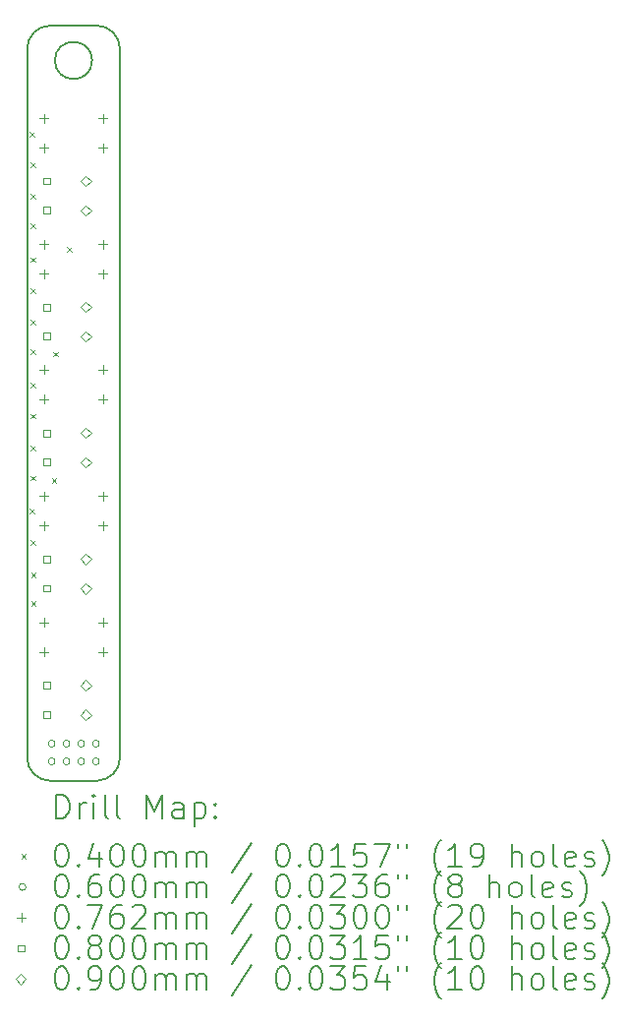
<source format=gbr>
%TF.GenerationSoftware,KiCad,Pcbnew,7.0.9*%
%TF.CreationDate,2024-01-11T17:38:55+09:00*%
%TF.ProjectId,LineStick,4c696e65-5374-4696-936b-2e6b69636164,rev?*%
%TF.SameCoordinates,Original*%
%TF.FileFunction,Drillmap*%
%TF.FilePolarity,Positive*%
%FSLAX45Y45*%
G04 Gerber Fmt 4.5, Leading zero omitted, Abs format (unit mm)*
G04 Created by KiCad (PCBNEW 7.0.9) date 2024-01-11 17:38:55*
%MOMM*%
%LPD*%
G01*
G04 APERTURE LIST*
%ADD10C,0.200000*%
%ADD11C,0.100000*%
G04 APERTURE END LIST*
D10*
X15040000Y-13822560D02*
X15440000Y-13822560D01*
X14840000Y-7522560D02*
X14840000Y-13622560D01*
X15440000Y-7322560D02*
X15040000Y-7322560D01*
X15400000Y-7622560D02*
G75*
G03*
X15400000Y-7622560I-160000J0D01*
G01*
X14840000Y-13622560D02*
G75*
G03*
X15040000Y-13822560I200000J0D01*
G01*
X15440000Y-13822560D02*
G75*
G03*
X15640000Y-13622560I0J200000D01*
G01*
X15640000Y-7522560D02*
G75*
G03*
X15440000Y-7322560I-200000J0D01*
G01*
X15040000Y-7322560D02*
G75*
G03*
X14840000Y-7522560I0J-200000D01*
G01*
X15640000Y-13622560D02*
X15640000Y-7522560D01*
D11*
X14859320Y-11481120D02*
X14899320Y-11521120D01*
X14899320Y-11481120D02*
X14859320Y-11521120D01*
X14864400Y-8235000D02*
X14904400Y-8275000D01*
X14904400Y-8235000D02*
X14864400Y-8275000D01*
X14869480Y-8499160D02*
X14909480Y-8539160D01*
X14909480Y-8499160D02*
X14869480Y-8539160D01*
X14869480Y-8773480D02*
X14909480Y-8813480D01*
X14909480Y-8773480D02*
X14869480Y-8813480D01*
X14869480Y-9027480D02*
X14909480Y-9067480D01*
X14909480Y-9027480D02*
X14869480Y-9067480D01*
X14869480Y-9317040D02*
X14909480Y-9357040D01*
X14909480Y-9317040D02*
X14869480Y-9357040D01*
X14869480Y-9586280D02*
X14909480Y-9626280D01*
X14909480Y-9586280D02*
X14869480Y-9626280D01*
X14869480Y-9855520D02*
X14909480Y-9895520D01*
X14909480Y-9855520D02*
X14869480Y-9895520D01*
X14869480Y-10109520D02*
X14909480Y-10149520D01*
X14909480Y-10109520D02*
X14869480Y-10149520D01*
X14869480Y-10399080D02*
X14909480Y-10439080D01*
X14909480Y-10399080D02*
X14869480Y-10439080D01*
X14869480Y-10663240D02*
X14909480Y-10703240D01*
X14909480Y-10663240D02*
X14869480Y-10703240D01*
X14869480Y-10937560D02*
X14909480Y-10977560D01*
X14909480Y-10937560D02*
X14869480Y-10977560D01*
X14869480Y-11196640D02*
X14909480Y-11236640D01*
X14909480Y-11196640D02*
X14869480Y-11236640D01*
X14869480Y-11750360D02*
X14909480Y-11790360D01*
X14909480Y-11750360D02*
X14869480Y-11790360D01*
X14874560Y-12029760D02*
X14914560Y-12069760D01*
X14914560Y-12029760D02*
X14874560Y-12069760D01*
X14874560Y-12278680D02*
X14914560Y-12318680D01*
X14914560Y-12278680D02*
X14874560Y-12318680D01*
X15052360Y-11216960D02*
X15092360Y-11256960D01*
X15092360Y-11216960D02*
X15052360Y-11256960D01*
X15067600Y-10129840D02*
X15107600Y-10169840D01*
X15107600Y-10129840D02*
X15067600Y-10169840D01*
X15184440Y-9230680D02*
X15224440Y-9270680D01*
X15224440Y-9230680D02*
X15184440Y-9270680D01*
X15082040Y-13502640D02*
G75*
G03*
X15082040Y-13502640I-30000J0D01*
G01*
X15082040Y-13655040D02*
G75*
G03*
X15082040Y-13655040I-30000J0D01*
G01*
X15209040Y-13502640D02*
G75*
G03*
X15209040Y-13502640I-30000J0D01*
G01*
X15209040Y-13655040D02*
G75*
G03*
X15209040Y-13655040I-30000J0D01*
G01*
X15336040Y-13502640D02*
G75*
G03*
X15336040Y-13502640I-30000J0D01*
G01*
X15336040Y-13655040D02*
G75*
G03*
X15336040Y-13655040I-30000J0D01*
G01*
X15463040Y-13502640D02*
G75*
G03*
X15463040Y-13502640I-30000J0D01*
G01*
X15463040Y-13655040D02*
G75*
G03*
X15463040Y-13655040I-30000J0D01*
G01*
X14986000Y-8082755D02*
X14986000Y-8158955D01*
X14947900Y-8120855D02*
X15024100Y-8120855D01*
X14986000Y-8336755D02*
X14986000Y-8412955D01*
X14947900Y-8374855D02*
X15024100Y-8374855D01*
X14986000Y-9164795D02*
X14986000Y-9240995D01*
X14947900Y-9202895D02*
X15024100Y-9202895D01*
X14986000Y-9418795D02*
X14986000Y-9494995D01*
X14947900Y-9456895D02*
X15024100Y-9456895D01*
X14986000Y-10246835D02*
X14986000Y-10323035D01*
X14947900Y-10284935D02*
X15024100Y-10284935D01*
X14986000Y-10500835D02*
X14986000Y-10577035D01*
X14947900Y-10538935D02*
X15024100Y-10538935D01*
X14986000Y-11333955D02*
X14986000Y-11410155D01*
X14947900Y-11372055D02*
X15024100Y-11372055D01*
X14986000Y-11587955D02*
X14986000Y-11664155D01*
X14947900Y-11626055D02*
X15024100Y-11626055D01*
X14986000Y-12421075D02*
X14986000Y-12497275D01*
X14947900Y-12459175D02*
X15024100Y-12459175D01*
X14986000Y-12675075D02*
X14986000Y-12751275D01*
X14947900Y-12713175D02*
X15024100Y-12713175D01*
X15494000Y-8082755D02*
X15494000Y-8158955D01*
X15455900Y-8120855D02*
X15532100Y-8120855D01*
X15494000Y-8336755D02*
X15494000Y-8412955D01*
X15455900Y-8374855D02*
X15532100Y-8374855D01*
X15494000Y-9164795D02*
X15494000Y-9240995D01*
X15455900Y-9202895D02*
X15532100Y-9202895D01*
X15494000Y-9418795D02*
X15494000Y-9494995D01*
X15455900Y-9456895D02*
X15532100Y-9456895D01*
X15494000Y-10246835D02*
X15494000Y-10323035D01*
X15455900Y-10284935D02*
X15532100Y-10284935D01*
X15494000Y-10500835D02*
X15494000Y-10577035D01*
X15455900Y-10538935D02*
X15532100Y-10538935D01*
X15494000Y-11333955D02*
X15494000Y-11410155D01*
X15455900Y-11372055D02*
X15532100Y-11372055D01*
X15494000Y-11587955D02*
X15494000Y-11664155D01*
X15455900Y-11626055D02*
X15532100Y-11626055D01*
X15494000Y-12421075D02*
X15494000Y-12497275D01*
X15455900Y-12459175D02*
X15532100Y-12459175D01*
X15494000Y-12675075D02*
X15494000Y-12751275D01*
X15455900Y-12713175D02*
X15532100Y-12713175D01*
X15039684Y-8689685D02*
X15039684Y-8633116D01*
X14983115Y-8633116D01*
X14983115Y-8689685D01*
X15039684Y-8689685D01*
X15039684Y-8939685D02*
X15039684Y-8883116D01*
X14983115Y-8883116D01*
X14983115Y-8939685D01*
X15039684Y-8939685D01*
X15039684Y-9774225D02*
X15039684Y-9717656D01*
X14983115Y-9717656D01*
X14983115Y-9774225D01*
X15039684Y-9774225D01*
X15039684Y-10024225D02*
X15039684Y-9967656D01*
X14983115Y-9967656D01*
X14983115Y-10024225D01*
X15039684Y-10024225D01*
X15039684Y-10857830D02*
X15039684Y-10801261D01*
X14983115Y-10801261D01*
X14983115Y-10857830D01*
X15039684Y-10857830D01*
X15039684Y-11107830D02*
X15039684Y-11051261D01*
X14983115Y-11051261D01*
X14983115Y-11107830D01*
X15039684Y-11107830D01*
X15039684Y-11944949D02*
X15039684Y-11888380D01*
X14983115Y-11888380D01*
X14983115Y-11944949D01*
X15039684Y-11944949D01*
X15039684Y-12194949D02*
X15039684Y-12138380D01*
X14983115Y-12138380D01*
X14983115Y-12194949D01*
X15039684Y-12194949D01*
X15039684Y-13030004D02*
X15039684Y-12973435D01*
X14983115Y-12973435D01*
X14983115Y-13030004D01*
X15039684Y-13030004D01*
X15039684Y-13280004D02*
X15039684Y-13223435D01*
X14983115Y-13223435D01*
X14983115Y-13280004D01*
X15039684Y-13280004D01*
X15346680Y-8706400D02*
X15391680Y-8661400D01*
X15346680Y-8616400D01*
X15301680Y-8661400D01*
X15346680Y-8706400D01*
X15346680Y-8960400D02*
X15391680Y-8915400D01*
X15346680Y-8870400D01*
X15301680Y-8915400D01*
X15346680Y-8960400D01*
X15346680Y-9788440D02*
X15391680Y-9743440D01*
X15346680Y-9698440D01*
X15301680Y-9743440D01*
X15346680Y-9788440D01*
X15346680Y-10042440D02*
X15391680Y-9997440D01*
X15346680Y-9952440D01*
X15301680Y-9997440D01*
X15346680Y-10042440D01*
X15346680Y-10872545D02*
X15391680Y-10827545D01*
X15346680Y-10782545D01*
X15301680Y-10827545D01*
X15346680Y-10872545D01*
X15346680Y-11126545D02*
X15391680Y-11081545D01*
X15346680Y-11036545D01*
X15301680Y-11081545D01*
X15346680Y-11126545D01*
X15346680Y-11959665D02*
X15391680Y-11914665D01*
X15346680Y-11869665D01*
X15301680Y-11914665D01*
X15346680Y-11959665D01*
X15346680Y-12213665D02*
X15391680Y-12168665D01*
X15346680Y-12123665D01*
X15301680Y-12168665D01*
X15346680Y-12213665D01*
X15346680Y-13044720D02*
X15391680Y-12999720D01*
X15346680Y-12954720D01*
X15301680Y-12999720D01*
X15346680Y-13044720D01*
X15346680Y-13298720D02*
X15391680Y-13253720D01*
X15346680Y-13208720D01*
X15301680Y-13253720D01*
X15346680Y-13298720D01*
D10*
X15090777Y-14144044D02*
X15090777Y-13944044D01*
X15090777Y-13944044D02*
X15138396Y-13944044D01*
X15138396Y-13944044D02*
X15166967Y-13953568D01*
X15166967Y-13953568D02*
X15186015Y-13972615D01*
X15186015Y-13972615D02*
X15195539Y-13991663D01*
X15195539Y-13991663D02*
X15205062Y-14029758D01*
X15205062Y-14029758D02*
X15205062Y-14058330D01*
X15205062Y-14058330D02*
X15195539Y-14096425D01*
X15195539Y-14096425D02*
X15186015Y-14115472D01*
X15186015Y-14115472D02*
X15166967Y-14134520D01*
X15166967Y-14134520D02*
X15138396Y-14144044D01*
X15138396Y-14144044D02*
X15090777Y-14144044D01*
X15290777Y-14144044D02*
X15290777Y-14010710D01*
X15290777Y-14048806D02*
X15300301Y-14029758D01*
X15300301Y-14029758D02*
X15309824Y-14020234D01*
X15309824Y-14020234D02*
X15328872Y-14010710D01*
X15328872Y-14010710D02*
X15347920Y-14010710D01*
X15414586Y-14144044D02*
X15414586Y-14010710D01*
X15414586Y-13944044D02*
X15405062Y-13953568D01*
X15405062Y-13953568D02*
X15414586Y-13963091D01*
X15414586Y-13963091D02*
X15424110Y-13953568D01*
X15424110Y-13953568D02*
X15414586Y-13944044D01*
X15414586Y-13944044D02*
X15414586Y-13963091D01*
X15538396Y-14144044D02*
X15519348Y-14134520D01*
X15519348Y-14134520D02*
X15509824Y-14115472D01*
X15509824Y-14115472D02*
X15509824Y-13944044D01*
X15643158Y-14144044D02*
X15624110Y-14134520D01*
X15624110Y-14134520D02*
X15614586Y-14115472D01*
X15614586Y-14115472D02*
X15614586Y-13944044D01*
X15871729Y-14144044D02*
X15871729Y-13944044D01*
X15871729Y-13944044D02*
X15938396Y-14086901D01*
X15938396Y-14086901D02*
X16005062Y-13944044D01*
X16005062Y-13944044D02*
X16005062Y-14144044D01*
X16186015Y-14144044D02*
X16186015Y-14039282D01*
X16186015Y-14039282D02*
X16176491Y-14020234D01*
X16176491Y-14020234D02*
X16157443Y-14010710D01*
X16157443Y-14010710D02*
X16119348Y-14010710D01*
X16119348Y-14010710D02*
X16100301Y-14020234D01*
X16186015Y-14134520D02*
X16166967Y-14144044D01*
X16166967Y-14144044D02*
X16119348Y-14144044D01*
X16119348Y-14144044D02*
X16100301Y-14134520D01*
X16100301Y-14134520D02*
X16090777Y-14115472D01*
X16090777Y-14115472D02*
X16090777Y-14096425D01*
X16090777Y-14096425D02*
X16100301Y-14077377D01*
X16100301Y-14077377D02*
X16119348Y-14067853D01*
X16119348Y-14067853D02*
X16166967Y-14067853D01*
X16166967Y-14067853D02*
X16186015Y-14058330D01*
X16281253Y-14010710D02*
X16281253Y-14210710D01*
X16281253Y-14020234D02*
X16300301Y-14010710D01*
X16300301Y-14010710D02*
X16338396Y-14010710D01*
X16338396Y-14010710D02*
X16357443Y-14020234D01*
X16357443Y-14020234D02*
X16366967Y-14029758D01*
X16366967Y-14029758D02*
X16376491Y-14048806D01*
X16376491Y-14048806D02*
X16376491Y-14105949D01*
X16376491Y-14105949D02*
X16366967Y-14124996D01*
X16366967Y-14124996D02*
X16357443Y-14134520D01*
X16357443Y-14134520D02*
X16338396Y-14144044D01*
X16338396Y-14144044D02*
X16300301Y-14144044D01*
X16300301Y-14144044D02*
X16281253Y-14134520D01*
X16462205Y-14124996D02*
X16471729Y-14134520D01*
X16471729Y-14134520D02*
X16462205Y-14144044D01*
X16462205Y-14144044D02*
X16452682Y-14134520D01*
X16452682Y-14134520D02*
X16462205Y-14124996D01*
X16462205Y-14124996D02*
X16462205Y-14144044D01*
X16462205Y-14020234D02*
X16471729Y-14029758D01*
X16471729Y-14029758D02*
X16462205Y-14039282D01*
X16462205Y-14039282D02*
X16452682Y-14029758D01*
X16452682Y-14029758D02*
X16462205Y-14020234D01*
X16462205Y-14020234D02*
X16462205Y-14039282D01*
D11*
X14790000Y-14452560D02*
X14830000Y-14492560D01*
X14830000Y-14452560D02*
X14790000Y-14492560D01*
D10*
X15128872Y-14364044D02*
X15147920Y-14364044D01*
X15147920Y-14364044D02*
X15166967Y-14373568D01*
X15166967Y-14373568D02*
X15176491Y-14383091D01*
X15176491Y-14383091D02*
X15186015Y-14402139D01*
X15186015Y-14402139D02*
X15195539Y-14440234D01*
X15195539Y-14440234D02*
X15195539Y-14487853D01*
X15195539Y-14487853D02*
X15186015Y-14525949D01*
X15186015Y-14525949D02*
X15176491Y-14544996D01*
X15176491Y-14544996D02*
X15166967Y-14554520D01*
X15166967Y-14554520D02*
X15147920Y-14564044D01*
X15147920Y-14564044D02*
X15128872Y-14564044D01*
X15128872Y-14564044D02*
X15109824Y-14554520D01*
X15109824Y-14554520D02*
X15100301Y-14544996D01*
X15100301Y-14544996D02*
X15090777Y-14525949D01*
X15090777Y-14525949D02*
X15081253Y-14487853D01*
X15081253Y-14487853D02*
X15081253Y-14440234D01*
X15081253Y-14440234D02*
X15090777Y-14402139D01*
X15090777Y-14402139D02*
X15100301Y-14383091D01*
X15100301Y-14383091D02*
X15109824Y-14373568D01*
X15109824Y-14373568D02*
X15128872Y-14364044D01*
X15281253Y-14544996D02*
X15290777Y-14554520D01*
X15290777Y-14554520D02*
X15281253Y-14564044D01*
X15281253Y-14564044D02*
X15271729Y-14554520D01*
X15271729Y-14554520D02*
X15281253Y-14544996D01*
X15281253Y-14544996D02*
X15281253Y-14564044D01*
X15462205Y-14430710D02*
X15462205Y-14564044D01*
X15414586Y-14354520D02*
X15366967Y-14497377D01*
X15366967Y-14497377D02*
X15490777Y-14497377D01*
X15605062Y-14364044D02*
X15624110Y-14364044D01*
X15624110Y-14364044D02*
X15643158Y-14373568D01*
X15643158Y-14373568D02*
X15652682Y-14383091D01*
X15652682Y-14383091D02*
X15662205Y-14402139D01*
X15662205Y-14402139D02*
X15671729Y-14440234D01*
X15671729Y-14440234D02*
X15671729Y-14487853D01*
X15671729Y-14487853D02*
X15662205Y-14525949D01*
X15662205Y-14525949D02*
X15652682Y-14544996D01*
X15652682Y-14544996D02*
X15643158Y-14554520D01*
X15643158Y-14554520D02*
X15624110Y-14564044D01*
X15624110Y-14564044D02*
X15605062Y-14564044D01*
X15605062Y-14564044D02*
X15586015Y-14554520D01*
X15586015Y-14554520D02*
X15576491Y-14544996D01*
X15576491Y-14544996D02*
X15566967Y-14525949D01*
X15566967Y-14525949D02*
X15557443Y-14487853D01*
X15557443Y-14487853D02*
X15557443Y-14440234D01*
X15557443Y-14440234D02*
X15566967Y-14402139D01*
X15566967Y-14402139D02*
X15576491Y-14383091D01*
X15576491Y-14383091D02*
X15586015Y-14373568D01*
X15586015Y-14373568D02*
X15605062Y-14364044D01*
X15795539Y-14364044D02*
X15814586Y-14364044D01*
X15814586Y-14364044D02*
X15833634Y-14373568D01*
X15833634Y-14373568D02*
X15843158Y-14383091D01*
X15843158Y-14383091D02*
X15852682Y-14402139D01*
X15852682Y-14402139D02*
X15862205Y-14440234D01*
X15862205Y-14440234D02*
X15862205Y-14487853D01*
X15862205Y-14487853D02*
X15852682Y-14525949D01*
X15852682Y-14525949D02*
X15843158Y-14544996D01*
X15843158Y-14544996D02*
X15833634Y-14554520D01*
X15833634Y-14554520D02*
X15814586Y-14564044D01*
X15814586Y-14564044D02*
X15795539Y-14564044D01*
X15795539Y-14564044D02*
X15776491Y-14554520D01*
X15776491Y-14554520D02*
X15766967Y-14544996D01*
X15766967Y-14544996D02*
X15757443Y-14525949D01*
X15757443Y-14525949D02*
X15747920Y-14487853D01*
X15747920Y-14487853D02*
X15747920Y-14440234D01*
X15747920Y-14440234D02*
X15757443Y-14402139D01*
X15757443Y-14402139D02*
X15766967Y-14383091D01*
X15766967Y-14383091D02*
X15776491Y-14373568D01*
X15776491Y-14373568D02*
X15795539Y-14364044D01*
X15947920Y-14564044D02*
X15947920Y-14430710D01*
X15947920Y-14449758D02*
X15957443Y-14440234D01*
X15957443Y-14440234D02*
X15976491Y-14430710D01*
X15976491Y-14430710D02*
X16005063Y-14430710D01*
X16005063Y-14430710D02*
X16024110Y-14440234D01*
X16024110Y-14440234D02*
X16033634Y-14459282D01*
X16033634Y-14459282D02*
X16033634Y-14564044D01*
X16033634Y-14459282D02*
X16043158Y-14440234D01*
X16043158Y-14440234D02*
X16062205Y-14430710D01*
X16062205Y-14430710D02*
X16090777Y-14430710D01*
X16090777Y-14430710D02*
X16109824Y-14440234D01*
X16109824Y-14440234D02*
X16119348Y-14459282D01*
X16119348Y-14459282D02*
X16119348Y-14564044D01*
X16214586Y-14564044D02*
X16214586Y-14430710D01*
X16214586Y-14449758D02*
X16224110Y-14440234D01*
X16224110Y-14440234D02*
X16243158Y-14430710D01*
X16243158Y-14430710D02*
X16271729Y-14430710D01*
X16271729Y-14430710D02*
X16290777Y-14440234D01*
X16290777Y-14440234D02*
X16300301Y-14459282D01*
X16300301Y-14459282D02*
X16300301Y-14564044D01*
X16300301Y-14459282D02*
X16309824Y-14440234D01*
X16309824Y-14440234D02*
X16328872Y-14430710D01*
X16328872Y-14430710D02*
X16357443Y-14430710D01*
X16357443Y-14430710D02*
X16376491Y-14440234D01*
X16376491Y-14440234D02*
X16386015Y-14459282D01*
X16386015Y-14459282D02*
X16386015Y-14564044D01*
X16776491Y-14354520D02*
X16605063Y-14611663D01*
X17033634Y-14364044D02*
X17052682Y-14364044D01*
X17052682Y-14364044D02*
X17071729Y-14373568D01*
X17071729Y-14373568D02*
X17081253Y-14383091D01*
X17081253Y-14383091D02*
X17090777Y-14402139D01*
X17090777Y-14402139D02*
X17100301Y-14440234D01*
X17100301Y-14440234D02*
X17100301Y-14487853D01*
X17100301Y-14487853D02*
X17090777Y-14525949D01*
X17090777Y-14525949D02*
X17081253Y-14544996D01*
X17081253Y-14544996D02*
X17071729Y-14554520D01*
X17071729Y-14554520D02*
X17052682Y-14564044D01*
X17052682Y-14564044D02*
X17033634Y-14564044D01*
X17033634Y-14564044D02*
X17014587Y-14554520D01*
X17014587Y-14554520D02*
X17005063Y-14544996D01*
X17005063Y-14544996D02*
X16995539Y-14525949D01*
X16995539Y-14525949D02*
X16986015Y-14487853D01*
X16986015Y-14487853D02*
X16986015Y-14440234D01*
X16986015Y-14440234D02*
X16995539Y-14402139D01*
X16995539Y-14402139D02*
X17005063Y-14383091D01*
X17005063Y-14383091D02*
X17014587Y-14373568D01*
X17014587Y-14373568D02*
X17033634Y-14364044D01*
X17186015Y-14544996D02*
X17195539Y-14554520D01*
X17195539Y-14554520D02*
X17186015Y-14564044D01*
X17186015Y-14564044D02*
X17176491Y-14554520D01*
X17176491Y-14554520D02*
X17186015Y-14544996D01*
X17186015Y-14544996D02*
X17186015Y-14564044D01*
X17319348Y-14364044D02*
X17338396Y-14364044D01*
X17338396Y-14364044D02*
X17357444Y-14373568D01*
X17357444Y-14373568D02*
X17366968Y-14383091D01*
X17366968Y-14383091D02*
X17376491Y-14402139D01*
X17376491Y-14402139D02*
X17386015Y-14440234D01*
X17386015Y-14440234D02*
X17386015Y-14487853D01*
X17386015Y-14487853D02*
X17376491Y-14525949D01*
X17376491Y-14525949D02*
X17366968Y-14544996D01*
X17366968Y-14544996D02*
X17357444Y-14554520D01*
X17357444Y-14554520D02*
X17338396Y-14564044D01*
X17338396Y-14564044D02*
X17319348Y-14564044D01*
X17319348Y-14564044D02*
X17300301Y-14554520D01*
X17300301Y-14554520D02*
X17290777Y-14544996D01*
X17290777Y-14544996D02*
X17281253Y-14525949D01*
X17281253Y-14525949D02*
X17271729Y-14487853D01*
X17271729Y-14487853D02*
X17271729Y-14440234D01*
X17271729Y-14440234D02*
X17281253Y-14402139D01*
X17281253Y-14402139D02*
X17290777Y-14383091D01*
X17290777Y-14383091D02*
X17300301Y-14373568D01*
X17300301Y-14373568D02*
X17319348Y-14364044D01*
X17576491Y-14564044D02*
X17462206Y-14564044D01*
X17519348Y-14564044D02*
X17519348Y-14364044D01*
X17519348Y-14364044D02*
X17500301Y-14392615D01*
X17500301Y-14392615D02*
X17481253Y-14411663D01*
X17481253Y-14411663D02*
X17462206Y-14421187D01*
X17757444Y-14364044D02*
X17662206Y-14364044D01*
X17662206Y-14364044D02*
X17652682Y-14459282D01*
X17652682Y-14459282D02*
X17662206Y-14449758D01*
X17662206Y-14449758D02*
X17681253Y-14440234D01*
X17681253Y-14440234D02*
X17728872Y-14440234D01*
X17728872Y-14440234D02*
X17747920Y-14449758D01*
X17747920Y-14449758D02*
X17757444Y-14459282D01*
X17757444Y-14459282D02*
X17766968Y-14478330D01*
X17766968Y-14478330D02*
X17766968Y-14525949D01*
X17766968Y-14525949D02*
X17757444Y-14544996D01*
X17757444Y-14544996D02*
X17747920Y-14554520D01*
X17747920Y-14554520D02*
X17728872Y-14564044D01*
X17728872Y-14564044D02*
X17681253Y-14564044D01*
X17681253Y-14564044D02*
X17662206Y-14554520D01*
X17662206Y-14554520D02*
X17652682Y-14544996D01*
X17833634Y-14364044D02*
X17966968Y-14364044D01*
X17966968Y-14364044D02*
X17881253Y-14564044D01*
X18033634Y-14364044D02*
X18033634Y-14402139D01*
X18109825Y-14364044D02*
X18109825Y-14402139D01*
X18405063Y-14640234D02*
X18395539Y-14630710D01*
X18395539Y-14630710D02*
X18376491Y-14602139D01*
X18376491Y-14602139D02*
X18366968Y-14583091D01*
X18366968Y-14583091D02*
X18357444Y-14554520D01*
X18357444Y-14554520D02*
X18347920Y-14506901D01*
X18347920Y-14506901D02*
X18347920Y-14468806D01*
X18347920Y-14468806D02*
X18357444Y-14421187D01*
X18357444Y-14421187D02*
X18366968Y-14392615D01*
X18366968Y-14392615D02*
X18376491Y-14373568D01*
X18376491Y-14373568D02*
X18395539Y-14344996D01*
X18395539Y-14344996D02*
X18405063Y-14335472D01*
X18586015Y-14564044D02*
X18471730Y-14564044D01*
X18528872Y-14564044D02*
X18528872Y-14364044D01*
X18528872Y-14364044D02*
X18509825Y-14392615D01*
X18509825Y-14392615D02*
X18490777Y-14411663D01*
X18490777Y-14411663D02*
X18471730Y-14421187D01*
X18681253Y-14564044D02*
X18719349Y-14564044D01*
X18719349Y-14564044D02*
X18738396Y-14554520D01*
X18738396Y-14554520D02*
X18747920Y-14544996D01*
X18747920Y-14544996D02*
X18766968Y-14516425D01*
X18766968Y-14516425D02*
X18776491Y-14478330D01*
X18776491Y-14478330D02*
X18776491Y-14402139D01*
X18776491Y-14402139D02*
X18766968Y-14383091D01*
X18766968Y-14383091D02*
X18757444Y-14373568D01*
X18757444Y-14373568D02*
X18738396Y-14364044D01*
X18738396Y-14364044D02*
X18700301Y-14364044D01*
X18700301Y-14364044D02*
X18681253Y-14373568D01*
X18681253Y-14373568D02*
X18671730Y-14383091D01*
X18671730Y-14383091D02*
X18662206Y-14402139D01*
X18662206Y-14402139D02*
X18662206Y-14449758D01*
X18662206Y-14449758D02*
X18671730Y-14468806D01*
X18671730Y-14468806D02*
X18681253Y-14478330D01*
X18681253Y-14478330D02*
X18700301Y-14487853D01*
X18700301Y-14487853D02*
X18738396Y-14487853D01*
X18738396Y-14487853D02*
X18757444Y-14478330D01*
X18757444Y-14478330D02*
X18766968Y-14468806D01*
X18766968Y-14468806D02*
X18776491Y-14449758D01*
X19014587Y-14564044D02*
X19014587Y-14364044D01*
X19100301Y-14564044D02*
X19100301Y-14459282D01*
X19100301Y-14459282D02*
X19090777Y-14440234D01*
X19090777Y-14440234D02*
X19071730Y-14430710D01*
X19071730Y-14430710D02*
X19043158Y-14430710D01*
X19043158Y-14430710D02*
X19024111Y-14440234D01*
X19024111Y-14440234D02*
X19014587Y-14449758D01*
X19224111Y-14564044D02*
X19205063Y-14554520D01*
X19205063Y-14554520D02*
X19195539Y-14544996D01*
X19195539Y-14544996D02*
X19186015Y-14525949D01*
X19186015Y-14525949D02*
X19186015Y-14468806D01*
X19186015Y-14468806D02*
X19195539Y-14449758D01*
X19195539Y-14449758D02*
X19205063Y-14440234D01*
X19205063Y-14440234D02*
X19224111Y-14430710D01*
X19224111Y-14430710D02*
X19252682Y-14430710D01*
X19252682Y-14430710D02*
X19271730Y-14440234D01*
X19271730Y-14440234D02*
X19281253Y-14449758D01*
X19281253Y-14449758D02*
X19290777Y-14468806D01*
X19290777Y-14468806D02*
X19290777Y-14525949D01*
X19290777Y-14525949D02*
X19281253Y-14544996D01*
X19281253Y-14544996D02*
X19271730Y-14554520D01*
X19271730Y-14554520D02*
X19252682Y-14564044D01*
X19252682Y-14564044D02*
X19224111Y-14564044D01*
X19405063Y-14564044D02*
X19386015Y-14554520D01*
X19386015Y-14554520D02*
X19376492Y-14535472D01*
X19376492Y-14535472D02*
X19376492Y-14364044D01*
X19557444Y-14554520D02*
X19538396Y-14564044D01*
X19538396Y-14564044D02*
X19500301Y-14564044D01*
X19500301Y-14564044D02*
X19481253Y-14554520D01*
X19481253Y-14554520D02*
X19471730Y-14535472D01*
X19471730Y-14535472D02*
X19471730Y-14459282D01*
X19471730Y-14459282D02*
X19481253Y-14440234D01*
X19481253Y-14440234D02*
X19500301Y-14430710D01*
X19500301Y-14430710D02*
X19538396Y-14430710D01*
X19538396Y-14430710D02*
X19557444Y-14440234D01*
X19557444Y-14440234D02*
X19566968Y-14459282D01*
X19566968Y-14459282D02*
X19566968Y-14478330D01*
X19566968Y-14478330D02*
X19471730Y-14497377D01*
X19643158Y-14554520D02*
X19662206Y-14564044D01*
X19662206Y-14564044D02*
X19700301Y-14564044D01*
X19700301Y-14564044D02*
X19719349Y-14554520D01*
X19719349Y-14554520D02*
X19728873Y-14535472D01*
X19728873Y-14535472D02*
X19728873Y-14525949D01*
X19728873Y-14525949D02*
X19719349Y-14506901D01*
X19719349Y-14506901D02*
X19700301Y-14497377D01*
X19700301Y-14497377D02*
X19671730Y-14497377D01*
X19671730Y-14497377D02*
X19652682Y-14487853D01*
X19652682Y-14487853D02*
X19643158Y-14468806D01*
X19643158Y-14468806D02*
X19643158Y-14459282D01*
X19643158Y-14459282D02*
X19652682Y-14440234D01*
X19652682Y-14440234D02*
X19671730Y-14430710D01*
X19671730Y-14430710D02*
X19700301Y-14430710D01*
X19700301Y-14430710D02*
X19719349Y-14440234D01*
X19795539Y-14640234D02*
X19805063Y-14630710D01*
X19805063Y-14630710D02*
X19824111Y-14602139D01*
X19824111Y-14602139D02*
X19833634Y-14583091D01*
X19833634Y-14583091D02*
X19843158Y-14554520D01*
X19843158Y-14554520D02*
X19852682Y-14506901D01*
X19852682Y-14506901D02*
X19852682Y-14468806D01*
X19852682Y-14468806D02*
X19843158Y-14421187D01*
X19843158Y-14421187D02*
X19833634Y-14392615D01*
X19833634Y-14392615D02*
X19824111Y-14373568D01*
X19824111Y-14373568D02*
X19805063Y-14344996D01*
X19805063Y-14344996D02*
X19795539Y-14335472D01*
D11*
X14830000Y-14736560D02*
G75*
G03*
X14830000Y-14736560I-30000J0D01*
G01*
D10*
X15128872Y-14628044D02*
X15147920Y-14628044D01*
X15147920Y-14628044D02*
X15166967Y-14637568D01*
X15166967Y-14637568D02*
X15176491Y-14647091D01*
X15176491Y-14647091D02*
X15186015Y-14666139D01*
X15186015Y-14666139D02*
X15195539Y-14704234D01*
X15195539Y-14704234D02*
X15195539Y-14751853D01*
X15195539Y-14751853D02*
X15186015Y-14789949D01*
X15186015Y-14789949D02*
X15176491Y-14808996D01*
X15176491Y-14808996D02*
X15166967Y-14818520D01*
X15166967Y-14818520D02*
X15147920Y-14828044D01*
X15147920Y-14828044D02*
X15128872Y-14828044D01*
X15128872Y-14828044D02*
X15109824Y-14818520D01*
X15109824Y-14818520D02*
X15100301Y-14808996D01*
X15100301Y-14808996D02*
X15090777Y-14789949D01*
X15090777Y-14789949D02*
X15081253Y-14751853D01*
X15081253Y-14751853D02*
X15081253Y-14704234D01*
X15081253Y-14704234D02*
X15090777Y-14666139D01*
X15090777Y-14666139D02*
X15100301Y-14647091D01*
X15100301Y-14647091D02*
X15109824Y-14637568D01*
X15109824Y-14637568D02*
X15128872Y-14628044D01*
X15281253Y-14808996D02*
X15290777Y-14818520D01*
X15290777Y-14818520D02*
X15281253Y-14828044D01*
X15281253Y-14828044D02*
X15271729Y-14818520D01*
X15271729Y-14818520D02*
X15281253Y-14808996D01*
X15281253Y-14808996D02*
X15281253Y-14828044D01*
X15462205Y-14628044D02*
X15424110Y-14628044D01*
X15424110Y-14628044D02*
X15405062Y-14637568D01*
X15405062Y-14637568D02*
X15395539Y-14647091D01*
X15395539Y-14647091D02*
X15376491Y-14675663D01*
X15376491Y-14675663D02*
X15366967Y-14713758D01*
X15366967Y-14713758D02*
X15366967Y-14789949D01*
X15366967Y-14789949D02*
X15376491Y-14808996D01*
X15376491Y-14808996D02*
X15386015Y-14818520D01*
X15386015Y-14818520D02*
X15405062Y-14828044D01*
X15405062Y-14828044D02*
X15443158Y-14828044D01*
X15443158Y-14828044D02*
X15462205Y-14818520D01*
X15462205Y-14818520D02*
X15471729Y-14808996D01*
X15471729Y-14808996D02*
X15481253Y-14789949D01*
X15481253Y-14789949D02*
X15481253Y-14742330D01*
X15481253Y-14742330D02*
X15471729Y-14723282D01*
X15471729Y-14723282D02*
X15462205Y-14713758D01*
X15462205Y-14713758D02*
X15443158Y-14704234D01*
X15443158Y-14704234D02*
X15405062Y-14704234D01*
X15405062Y-14704234D02*
X15386015Y-14713758D01*
X15386015Y-14713758D02*
X15376491Y-14723282D01*
X15376491Y-14723282D02*
X15366967Y-14742330D01*
X15605062Y-14628044D02*
X15624110Y-14628044D01*
X15624110Y-14628044D02*
X15643158Y-14637568D01*
X15643158Y-14637568D02*
X15652682Y-14647091D01*
X15652682Y-14647091D02*
X15662205Y-14666139D01*
X15662205Y-14666139D02*
X15671729Y-14704234D01*
X15671729Y-14704234D02*
X15671729Y-14751853D01*
X15671729Y-14751853D02*
X15662205Y-14789949D01*
X15662205Y-14789949D02*
X15652682Y-14808996D01*
X15652682Y-14808996D02*
X15643158Y-14818520D01*
X15643158Y-14818520D02*
X15624110Y-14828044D01*
X15624110Y-14828044D02*
X15605062Y-14828044D01*
X15605062Y-14828044D02*
X15586015Y-14818520D01*
X15586015Y-14818520D02*
X15576491Y-14808996D01*
X15576491Y-14808996D02*
X15566967Y-14789949D01*
X15566967Y-14789949D02*
X15557443Y-14751853D01*
X15557443Y-14751853D02*
X15557443Y-14704234D01*
X15557443Y-14704234D02*
X15566967Y-14666139D01*
X15566967Y-14666139D02*
X15576491Y-14647091D01*
X15576491Y-14647091D02*
X15586015Y-14637568D01*
X15586015Y-14637568D02*
X15605062Y-14628044D01*
X15795539Y-14628044D02*
X15814586Y-14628044D01*
X15814586Y-14628044D02*
X15833634Y-14637568D01*
X15833634Y-14637568D02*
X15843158Y-14647091D01*
X15843158Y-14647091D02*
X15852682Y-14666139D01*
X15852682Y-14666139D02*
X15862205Y-14704234D01*
X15862205Y-14704234D02*
X15862205Y-14751853D01*
X15862205Y-14751853D02*
X15852682Y-14789949D01*
X15852682Y-14789949D02*
X15843158Y-14808996D01*
X15843158Y-14808996D02*
X15833634Y-14818520D01*
X15833634Y-14818520D02*
X15814586Y-14828044D01*
X15814586Y-14828044D02*
X15795539Y-14828044D01*
X15795539Y-14828044D02*
X15776491Y-14818520D01*
X15776491Y-14818520D02*
X15766967Y-14808996D01*
X15766967Y-14808996D02*
X15757443Y-14789949D01*
X15757443Y-14789949D02*
X15747920Y-14751853D01*
X15747920Y-14751853D02*
X15747920Y-14704234D01*
X15747920Y-14704234D02*
X15757443Y-14666139D01*
X15757443Y-14666139D02*
X15766967Y-14647091D01*
X15766967Y-14647091D02*
X15776491Y-14637568D01*
X15776491Y-14637568D02*
X15795539Y-14628044D01*
X15947920Y-14828044D02*
X15947920Y-14694710D01*
X15947920Y-14713758D02*
X15957443Y-14704234D01*
X15957443Y-14704234D02*
X15976491Y-14694710D01*
X15976491Y-14694710D02*
X16005063Y-14694710D01*
X16005063Y-14694710D02*
X16024110Y-14704234D01*
X16024110Y-14704234D02*
X16033634Y-14723282D01*
X16033634Y-14723282D02*
X16033634Y-14828044D01*
X16033634Y-14723282D02*
X16043158Y-14704234D01*
X16043158Y-14704234D02*
X16062205Y-14694710D01*
X16062205Y-14694710D02*
X16090777Y-14694710D01*
X16090777Y-14694710D02*
X16109824Y-14704234D01*
X16109824Y-14704234D02*
X16119348Y-14723282D01*
X16119348Y-14723282D02*
X16119348Y-14828044D01*
X16214586Y-14828044D02*
X16214586Y-14694710D01*
X16214586Y-14713758D02*
X16224110Y-14704234D01*
X16224110Y-14704234D02*
X16243158Y-14694710D01*
X16243158Y-14694710D02*
X16271729Y-14694710D01*
X16271729Y-14694710D02*
X16290777Y-14704234D01*
X16290777Y-14704234D02*
X16300301Y-14723282D01*
X16300301Y-14723282D02*
X16300301Y-14828044D01*
X16300301Y-14723282D02*
X16309824Y-14704234D01*
X16309824Y-14704234D02*
X16328872Y-14694710D01*
X16328872Y-14694710D02*
X16357443Y-14694710D01*
X16357443Y-14694710D02*
X16376491Y-14704234D01*
X16376491Y-14704234D02*
X16386015Y-14723282D01*
X16386015Y-14723282D02*
X16386015Y-14828044D01*
X16776491Y-14618520D02*
X16605063Y-14875663D01*
X17033634Y-14628044D02*
X17052682Y-14628044D01*
X17052682Y-14628044D02*
X17071729Y-14637568D01*
X17071729Y-14637568D02*
X17081253Y-14647091D01*
X17081253Y-14647091D02*
X17090777Y-14666139D01*
X17090777Y-14666139D02*
X17100301Y-14704234D01*
X17100301Y-14704234D02*
X17100301Y-14751853D01*
X17100301Y-14751853D02*
X17090777Y-14789949D01*
X17090777Y-14789949D02*
X17081253Y-14808996D01*
X17081253Y-14808996D02*
X17071729Y-14818520D01*
X17071729Y-14818520D02*
X17052682Y-14828044D01*
X17052682Y-14828044D02*
X17033634Y-14828044D01*
X17033634Y-14828044D02*
X17014587Y-14818520D01*
X17014587Y-14818520D02*
X17005063Y-14808996D01*
X17005063Y-14808996D02*
X16995539Y-14789949D01*
X16995539Y-14789949D02*
X16986015Y-14751853D01*
X16986015Y-14751853D02*
X16986015Y-14704234D01*
X16986015Y-14704234D02*
X16995539Y-14666139D01*
X16995539Y-14666139D02*
X17005063Y-14647091D01*
X17005063Y-14647091D02*
X17014587Y-14637568D01*
X17014587Y-14637568D02*
X17033634Y-14628044D01*
X17186015Y-14808996D02*
X17195539Y-14818520D01*
X17195539Y-14818520D02*
X17186015Y-14828044D01*
X17186015Y-14828044D02*
X17176491Y-14818520D01*
X17176491Y-14818520D02*
X17186015Y-14808996D01*
X17186015Y-14808996D02*
X17186015Y-14828044D01*
X17319348Y-14628044D02*
X17338396Y-14628044D01*
X17338396Y-14628044D02*
X17357444Y-14637568D01*
X17357444Y-14637568D02*
X17366968Y-14647091D01*
X17366968Y-14647091D02*
X17376491Y-14666139D01*
X17376491Y-14666139D02*
X17386015Y-14704234D01*
X17386015Y-14704234D02*
X17386015Y-14751853D01*
X17386015Y-14751853D02*
X17376491Y-14789949D01*
X17376491Y-14789949D02*
X17366968Y-14808996D01*
X17366968Y-14808996D02*
X17357444Y-14818520D01*
X17357444Y-14818520D02*
X17338396Y-14828044D01*
X17338396Y-14828044D02*
X17319348Y-14828044D01*
X17319348Y-14828044D02*
X17300301Y-14818520D01*
X17300301Y-14818520D02*
X17290777Y-14808996D01*
X17290777Y-14808996D02*
X17281253Y-14789949D01*
X17281253Y-14789949D02*
X17271729Y-14751853D01*
X17271729Y-14751853D02*
X17271729Y-14704234D01*
X17271729Y-14704234D02*
X17281253Y-14666139D01*
X17281253Y-14666139D02*
X17290777Y-14647091D01*
X17290777Y-14647091D02*
X17300301Y-14637568D01*
X17300301Y-14637568D02*
X17319348Y-14628044D01*
X17462206Y-14647091D02*
X17471729Y-14637568D01*
X17471729Y-14637568D02*
X17490777Y-14628044D01*
X17490777Y-14628044D02*
X17538396Y-14628044D01*
X17538396Y-14628044D02*
X17557444Y-14637568D01*
X17557444Y-14637568D02*
X17566968Y-14647091D01*
X17566968Y-14647091D02*
X17576491Y-14666139D01*
X17576491Y-14666139D02*
X17576491Y-14685187D01*
X17576491Y-14685187D02*
X17566968Y-14713758D01*
X17566968Y-14713758D02*
X17452682Y-14828044D01*
X17452682Y-14828044D02*
X17576491Y-14828044D01*
X17643158Y-14628044D02*
X17766968Y-14628044D01*
X17766968Y-14628044D02*
X17700301Y-14704234D01*
X17700301Y-14704234D02*
X17728872Y-14704234D01*
X17728872Y-14704234D02*
X17747920Y-14713758D01*
X17747920Y-14713758D02*
X17757444Y-14723282D01*
X17757444Y-14723282D02*
X17766968Y-14742330D01*
X17766968Y-14742330D02*
X17766968Y-14789949D01*
X17766968Y-14789949D02*
X17757444Y-14808996D01*
X17757444Y-14808996D02*
X17747920Y-14818520D01*
X17747920Y-14818520D02*
X17728872Y-14828044D01*
X17728872Y-14828044D02*
X17671729Y-14828044D01*
X17671729Y-14828044D02*
X17652682Y-14818520D01*
X17652682Y-14818520D02*
X17643158Y-14808996D01*
X17938396Y-14628044D02*
X17900301Y-14628044D01*
X17900301Y-14628044D02*
X17881253Y-14637568D01*
X17881253Y-14637568D02*
X17871729Y-14647091D01*
X17871729Y-14647091D02*
X17852682Y-14675663D01*
X17852682Y-14675663D02*
X17843158Y-14713758D01*
X17843158Y-14713758D02*
X17843158Y-14789949D01*
X17843158Y-14789949D02*
X17852682Y-14808996D01*
X17852682Y-14808996D02*
X17862206Y-14818520D01*
X17862206Y-14818520D02*
X17881253Y-14828044D01*
X17881253Y-14828044D02*
X17919349Y-14828044D01*
X17919349Y-14828044D02*
X17938396Y-14818520D01*
X17938396Y-14818520D02*
X17947920Y-14808996D01*
X17947920Y-14808996D02*
X17957444Y-14789949D01*
X17957444Y-14789949D02*
X17957444Y-14742330D01*
X17957444Y-14742330D02*
X17947920Y-14723282D01*
X17947920Y-14723282D02*
X17938396Y-14713758D01*
X17938396Y-14713758D02*
X17919349Y-14704234D01*
X17919349Y-14704234D02*
X17881253Y-14704234D01*
X17881253Y-14704234D02*
X17862206Y-14713758D01*
X17862206Y-14713758D02*
X17852682Y-14723282D01*
X17852682Y-14723282D02*
X17843158Y-14742330D01*
X18033634Y-14628044D02*
X18033634Y-14666139D01*
X18109825Y-14628044D02*
X18109825Y-14666139D01*
X18405063Y-14904234D02*
X18395539Y-14894710D01*
X18395539Y-14894710D02*
X18376491Y-14866139D01*
X18376491Y-14866139D02*
X18366968Y-14847091D01*
X18366968Y-14847091D02*
X18357444Y-14818520D01*
X18357444Y-14818520D02*
X18347920Y-14770901D01*
X18347920Y-14770901D02*
X18347920Y-14732806D01*
X18347920Y-14732806D02*
X18357444Y-14685187D01*
X18357444Y-14685187D02*
X18366968Y-14656615D01*
X18366968Y-14656615D02*
X18376491Y-14637568D01*
X18376491Y-14637568D02*
X18395539Y-14608996D01*
X18395539Y-14608996D02*
X18405063Y-14599472D01*
X18509825Y-14713758D02*
X18490777Y-14704234D01*
X18490777Y-14704234D02*
X18481253Y-14694710D01*
X18481253Y-14694710D02*
X18471730Y-14675663D01*
X18471730Y-14675663D02*
X18471730Y-14666139D01*
X18471730Y-14666139D02*
X18481253Y-14647091D01*
X18481253Y-14647091D02*
X18490777Y-14637568D01*
X18490777Y-14637568D02*
X18509825Y-14628044D01*
X18509825Y-14628044D02*
X18547920Y-14628044D01*
X18547920Y-14628044D02*
X18566968Y-14637568D01*
X18566968Y-14637568D02*
X18576491Y-14647091D01*
X18576491Y-14647091D02*
X18586015Y-14666139D01*
X18586015Y-14666139D02*
X18586015Y-14675663D01*
X18586015Y-14675663D02*
X18576491Y-14694710D01*
X18576491Y-14694710D02*
X18566968Y-14704234D01*
X18566968Y-14704234D02*
X18547920Y-14713758D01*
X18547920Y-14713758D02*
X18509825Y-14713758D01*
X18509825Y-14713758D02*
X18490777Y-14723282D01*
X18490777Y-14723282D02*
X18481253Y-14732806D01*
X18481253Y-14732806D02*
X18471730Y-14751853D01*
X18471730Y-14751853D02*
X18471730Y-14789949D01*
X18471730Y-14789949D02*
X18481253Y-14808996D01*
X18481253Y-14808996D02*
X18490777Y-14818520D01*
X18490777Y-14818520D02*
X18509825Y-14828044D01*
X18509825Y-14828044D02*
X18547920Y-14828044D01*
X18547920Y-14828044D02*
X18566968Y-14818520D01*
X18566968Y-14818520D02*
X18576491Y-14808996D01*
X18576491Y-14808996D02*
X18586015Y-14789949D01*
X18586015Y-14789949D02*
X18586015Y-14751853D01*
X18586015Y-14751853D02*
X18576491Y-14732806D01*
X18576491Y-14732806D02*
X18566968Y-14723282D01*
X18566968Y-14723282D02*
X18547920Y-14713758D01*
X18824111Y-14828044D02*
X18824111Y-14628044D01*
X18909825Y-14828044D02*
X18909825Y-14723282D01*
X18909825Y-14723282D02*
X18900301Y-14704234D01*
X18900301Y-14704234D02*
X18881253Y-14694710D01*
X18881253Y-14694710D02*
X18852682Y-14694710D01*
X18852682Y-14694710D02*
X18833634Y-14704234D01*
X18833634Y-14704234D02*
X18824111Y-14713758D01*
X19033634Y-14828044D02*
X19014587Y-14818520D01*
X19014587Y-14818520D02*
X19005063Y-14808996D01*
X19005063Y-14808996D02*
X18995539Y-14789949D01*
X18995539Y-14789949D02*
X18995539Y-14732806D01*
X18995539Y-14732806D02*
X19005063Y-14713758D01*
X19005063Y-14713758D02*
X19014587Y-14704234D01*
X19014587Y-14704234D02*
X19033634Y-14694710D01*
X19033634Y-14694710D02*
X19062206Y-14694710D01*
X19062206Y-14694710D02*
X19081253Y-14704234D01*
X19081253Y-14704234D02*
X19090777Y-14713758D01*
X19090777Y-14713758D02*
X19100301Y-14732806D01*
X19100301Y-14732806D02*
X19100301Y-14789949D01*
X19100301Y-14789949D02*
X19090777Y-14808996D01*
X19090777Y-14808996D02*
X19081253Y-14818520D01*
X19081253Y-14818520D02*
X19062206Y-14828044D01*
X19062206Y-14828044D02*
X19033634Y-14828044D01*
X19214587Y-14828044D02*
X19195539Y-14818520D01*
X19195539Y-14818520D02*
X19186015Y-14799472D01*
X19186015Y-14799472D02*
X19186015Y-14628044D01*
X19366968Y-14818520D02*
X19347920Y-14828044D01*
X19347920Y-14828044D02*
X19309825Y-14828044D01*
X19309825Y-14828044D02*
X19290777Y-14818520D01*
X19290777Y-14818520D02*
X19281253Y-14799472D01*
X19281253Y-14799472D02*
X19281253Y-14723282D01*
X19281253Y-14723282D02*
X19290777Y-14704234D01*
X19290777Y-14704234D02*
X19309825Y-14694710D01*
X19309825Y-14694710D02*
X19347920Y-14694710D01*
X19347920Y-14694710D02*
X19366968Y-14704234D01*
X19366968Y-14704234D02*
X19376492Y-14723282D01*
X19376492Y-14723282D02*
X19376492Y-14742330D01*
X19376492Y-14742330D02*
X19281253Y-14761377D01*
X19452682Y-14818520D02*
X19471730Y-14828044D01*
X19471730Y-14828044D02*
X19509825Y-14828044D01*
X19509825Y-14828044D02*
X19528873Y-14818520D01*
X19528873Y-14818520D02*
X19538396Y-14799472D01*
X19538396Y-14799472D02*
X19538396Y-14789949D01*
X19538396Y-14789949D02*
X19528873Y-14770901D01*
X19528873Y-14770901D02*
X19509825Y-14761377D01*
X19509825Y-14761377D02*
X19481253Y-14761377D01*
X19481253Y-14761377D02*
X19462206Y-14751853D01*
X19462206Y-14751853D02*
X19452682Y-14732806D01*
X19452682Y-14732806D02*
X19452682Y-14723282D01*
X19452682Y-14723282D02*
X19462206Y-14704234D01*
X19462206Y-14704234D02*
X19481253Y-14694710D01*
X19481253Y-14694710D02*
X19509825Y-14694710D01*
X19509825Y-14694710D02*
X19528873Y-14704234D01*
X19605063Y-14904234D02*
X19614587Y-14894710D01*
X19614587Y-14894710D02*
X19633634Y-14866139D01*
X19633634Y-14866139D02*
X19643158Y-14847091D01*
X19643158Y-14847091D02*
X19652682Y-14818520D01*
X19652682Y-14818520D02*
X19662206Y-14770901D01*
X19662206Y-14770901D02*
X19662206Y-14732806D01*
X19662206Y-14732806D02*
X19652682Y-14685187D01*
X19652682Y-14685187D02*
X19643158Y-14656615D01*
X19643158Y-14656615D02*
X19633634Y-14637568D01*
X19633634Y-14637568D02*
X19614587Y-14608996D01*
X19614587Y-14608996D02*
X19605063Y-14599472D01*
D11*
X14791900Y-14962460D02*
X14791900Y-15038660D01*
X14753800Y-15000560D02*
X14830000Y-15000560D01*
D10*
X15128872Y-14892044D02*
X15147920Y-14892044D01*
X15147920Y-14892044D02*
X15166967Y-14901568D01*
X15166967Y-14901568D02*
X15176491Y-14911091D01*
X15176491Y-14911091D02*
X15186015Y-14930139D01*
X15186015Y-14930139D02*
X15195539Y-14968234D01*
X15195539Y-14968234D02*
X15195539Y-15015853D01*
X15195539Y-15015853D02*
X15186015Y-15053949D01*
X15186015Y-15053949D02*
X15176491Y-15072996D01*
X15176491Y-15072996D02*
X15166967Y-15082520D01*
X15166967Y-15082520D02*
X15147920Y-15092044D01*
X15147920Y-15092044D02*
X15128872Y-15092044D01*
X15128872Y-15092044D02*
X15109824Y-15082520D01*
X15109824Y-15082520D02*
X15100301Y-15072996D01*
X15100301Y-15072996D02*
X15090777Y-15053949D01*
X15090777Y-15053949D02*
X15081253Y-15015853D01*
X15081253Y-15015853D02*
X15081253Y-14968234D01*
X15081253Y-14968234D02*
X15090777Y-14930139D01*
X15090777Y-14930139D02*
X15100301Y-14911091D01*
X15100301Y-14911091D02*
X15109824Y-14901568D01*
X15109824Y-14901568D02*
X15128872Y-14892044D01*
X15281253Y-15072996D02*
X15290777Y-15082520D01*
X15290777Y-15082520D02*
X15281253Y-15092044D01*
X15281253Y-15092044D02*
X15271729Y-15082520D01*
X15271729Y-15082520D02*
X15281253Y-15072996D01*
X15281253Y-15072996D02*
X15281253Y-15092044D01*
X15357443Y-14892044D02*
X15490777Y-14892044D01*
X15490777Y-14892044D02*
X15405062Y-15092044D01*
X15652682Y-14892044D02*
X15614586Y-14892044D01*
X15614586Y-14892044D02*
X15595539Y-14901568D01*
X15595539Y-14901568D02*
X15586015Y-14911091D01*
X15586015Y-14911091D02*
X15566967Y-14939663D01*
X15566967Y-14939663D02*
X15557443Y-14977758D01*
X15557443Y-14977758D02*
X15557443Y-15053949D01*
X15557443Y-15053949D02*
X15566967Y-15072996D01*
X15566967Y-15072996D02*
X15576491Y-15082520D01*
X15576491Y-15082520D02*
X15595539Y-15092044D01*
X15595539Y-15092044D02*
X15633634Y-15092044D01*
X15633634Y-15092044D02*
X15652682Y-15082520D01*
X15652682Y-15082520D02*
X15662205Y-15072996D01*
X15662205Y-15072996D02*
X15671729Y-15053949D01*
X15671729Y-15053949D02*
X15671729Y-15006330D01*
X15671729Y-15006330D02*
X15662205Y-14987282D01*
X15662205Y-14987282D02*
X15652682Y-14977758D01*
X15652682Y-14977758D02*
X15633634Y-14968234D01*
X15633634Y-14968234D02*
X15595539Y-14968234D01*
X15595539Y-14968234D02*
X15576491Y-14977758D01*
X15576491Y-14977758D02*
X15566967Y-14987282D01*
X15566967Y-14987282D02*
X15557443Y-15006330D01*
X15747920Y-14911091D02*
X15757443Y-14901568D01*
X15757443Y-14901568D02*
X15776491Y-14892044D01*
X15776491Y-14892044D02*
X15824110Y-14892044D01*
X15824110Y-14892044D02*
X15843158Y-14901568D01*
X15843158Y-14901568D02*
X15852682Y-14911091D01*
X15852682Y-14911091D02*
X15862205Y-14930139D01*
X15862205Y-14930139D02*
X15862205Y-14949187D01*
X15862205Y-14949187D02*
X15852682Y-14977758D01*
X15852682Y-14977758D02*
X15738396Y-15092044D01*
X15738396Y-15092044D02*
X15862205Y-15092044D01*
X15947920Y-15092044D02*
X15947920Y-14958710D01*
X15947920Y-14977758D02*
X15957443Y-14968234D01*
X15957443Y-14968234D02*
X15976491Y-14958710D01*
X15976491Y-14958710D02*
X16005063Y-14958710D01*
X16005063Y-14958710D02*
X16024110Y-14968234D01*
X16024110Y-14968234D02*
X16033634Y-14987282D01*
X16033634Y-14987282D02*
X16033634Y-15092044D01*
X16033634Y-14987282D02*
X16043158Y-14968234D01*
X16043158Y-14968234D02*
X16062205Y-14958710D01*
X16062205Y-14958710D02*
X16090777Y-14958710D01*
X16090777Y-14958710D02*
X16109824Y-14968234D01*
X16109824Y-14968234D02*
X16119348Y-14987282D01*
X16119348Y-14987282D02*
X16119348Y-15092044D01*
X16214586Y-15092044D02*
X16214586Y-14958710D01*
X16214586Y-14977758D02*
X16224110Y-14968234D01*
X16224110Y-14968234D02*
X16243158Y-14958710D01*
X16243158Y-14958710D02*
X16271729Y-14958710D01*
X16271729Y-14958710D02*
X16290777Y-14968234D01*
X16290777Y-14968234D02*
X16300301Y-14987282D01*
X16300301Y-14987282D02*
X16300301Y-15092044D01*
X16300301Y-14987282D02*
X16309824Y-14968234D01*
X16309824Y-14968234D02*
X16328872Y-14958710D01*
X16328872Y-14958710D02*
X16357443Y-14958710D01*
X16357443Y-14958710D02*
X16376491Y-14968234D01*
X16376491Y-14968234D02*
X16386015Y-14987282D01*
X16386015Y-14987282D02*
X16386015Y-15092044D01*
X16776491Y-14882520D02*
X16605063Y-15139663D01*
X17033634Y-14892044D02*
X17052682Y-14892044D01*
X17052682Y-14892044D02*
X17071729Y-14901568D01*
X17071729Y-14901568D02*
X17081253Y-14911091D01*
X17081253Y-14911091D02*
X17090777Y-14930139D01*
X17090777Y-14930139D02*
X17100301Y-14968234D01*
X17100301Y-14968234D02*
X17100301Y-15015853D01*
X17100301Y-15015853D02*
X17090777Y-15053949D01*
X17090777Y-15053949D02*
X17081253Y-15072996D01*
X17081253Y-15072996D02*
X17071729Y-15082520D01*
X17071729Y-15082520D02*
X17052682Y-15092044D01*
X17052682Y-15092044D02*
X17033634Y-15092044D01*
X17033634Y-15092044D02*
X17014587Y-15082520D01*
X17014587Y-15082520D02*
X17005063Y-15072996D01*
X17005063Y-15072996D02*
X16995539Y-15053949D01*
X16995539Y-15053949D02*
X16986015Y-15015853D01*
X16986015Y-15015853D02*
X16986015Y-14968234D01*
X16986015Y-14968234D02*
X16995539Y-14930139D01*
X16995539Y-14930139D02*
X17005063Y-14911091D01*
X17005063Y-14911091D02*
X17014587Y-14901568D01*
X17014587Y-14901568D02*
X17033634Y-14892044D01*
X17186015Y-15072996D02*
X17195539Y-15082520D01*
X17195539Y-15082520D02*
X17186015Y-15092044D01*
X17186015Y-15092044D02*
X17176491Y-15082520D01*
X17176491Y-15082520D02*
X17186015Y-15072996D01*
X17186015Y-15072996D02*
X17186015Y-15092044D01*
X17319348Y-14892044D02*
X17338396Y-14892044D01*
X17338396Y-14892044D02*
X17357444Y-14901568D01*
X17357444Y-14901568D02*
X17366968Y-14911091D01*
X17366968Y-14911091D02*
X17376491Y-14930139D01*
X17376491Y-14930139D02*
X17386015Y-14968234D01*
X17386015Y-14968234D02*
X17386015Y-15015853D01*
X17386015Y-15015853D02*
X17376491Y-15053949D01*
X17376491Y-15053949D02*
X17366968Y-15072996D01*
X17366968Y-15072996D02*
X17357444Y-15082520D01*
X17357444Y-15082520D02*
X17338396Y-15092044D01*
X17338396Y-15092044D02*
X17319348Y-15092044D01*
X17319348Y-15092044D02*
X17300301Y-15082520D01*
X17300301Y-15082520D02*
X17290777Y-15072996D01*
X17290777Y-15072996D02*
X17281253Y-15053949D01*
X17281253Y-15053949D02*
X17271729Y-15015853D01*
X17271729Y-15015853D02*
X17271729Y-14968234D01*
X17271729Y-14968234D02*
X17281253Y-14930139D01*
X17281253Y-14930139D02*
X17290777Y-14911091D01*
X17290777Y-14911091D02*
X17300301Y-14901568D01*
X17300301Y-14901568D02*
X17319348Y-14892044D01*
X17452682Y-14892044D02*
X17576491Y-14892044D01*
X17576491Y-14892044D02*
X17509825Y-14968234D01*
X17509825Y-14968234D02*
X17538396Y-14968234D01*
X17538396Y-14968234D02*
X17557444Y-14977758D01*
X17557444Y-14977758D02*
X17566968Y-14987282D01*
X17566968Y-14987282D02*
X17576491Y-15006330D01*
X17576491Y-15006330D02*
X17576491Y-15053949D01*
X17576491Y-15053949D02*
X17566968Y-15072996D01*
X17566968Y-15072996D02*
X17557444Y-15082520D01*
X17557444Y-15082520D02*
X17538396Y-15092044D01*
X17538396Y-15092044D02*
X17481253Y-15092044D01*
X17481253Y-15092044D02*
X17462206Y-15082520D01*
X17462206Y-15082520D02*
X17452682Y-15072996D01*
X17700301Y-14892044D02*
X17719349Y-14892044D01*
X17719349Y-14892044D02*
X17738396Y-14901568D01*
X17738396Y-14901568D02*
X17747920Y-14911091D01*
X17747920Y-14911091D02*
X17757444Y-14930139D01*
X17757444Y-14930139D02*
X17766968Y-14968234D01*
X17766968Y-14968234D02*
X17766968Y-15015853D01*
X17766968Y-15015853D02*
X17757444Y-15053949D01*
X17757444Y-15053949D02*
X17747920Y-15072996D01*
X17747920Y-15072996D02*
X17738396Y-15082520D01*
X17738396Y-15082520D02*
X17719349Y-15092044D01*
X17719349Y-15092044D02*
X17700301Y-15092044D01*
X17700301Y-15092044D02*
X17681253Y-15082520D01*
X17681253Y-15082520D02*
X17671729Y-15072996D01*
X17671729Y-15072996D02*
X17662206Y-15053949D01*
X17662206Y-15053949D02*
X17652682Y-15015853D01*
X17652682Y-15015853D02*
X17652682Y-14968234D01*
X17652682Y-14968234D02*
X17662206Y-14930139D01*
X17662206Y-14930139D02*
X17671729Y-14911091D01*
X17671729Y-14911091D02*
X17681253Y-14901568D01*
X17681253Y-14901568D02*
X17700301Y-14892044D01*
X17890777Y-14892044D02*
X17909825Y-14892044D01*
X17909825Y-14892044D02*
X17928872Y-14901568D01*
X17928872Y-14901568D02*
X17938396Y-14911091D01*
X17938396Y-14911091D02*
X17947920Y-14930139D01*
X17947920Y-14930139D02*
X17957444Y-14968234D01*
X17957444Y-14968234D02*
X17957444Y-15015853D01*
X17957444Y-15015853D02*
X17947920Y-15053949D01*
X17947920Y-15053949D02*
X17938396Y-15072996D01*
X17938396Y-15072996D02*
X17928872Y-15082520D01*
X17928872Y-15082520D02*
X17909825Y-15092044D01*
X17909825Y-15092044D02*
X17890777Y-15092044D01*
X17890777Y-15092044D02*
X17871729Y-15082520D01*
X17871729Y-15082520D02*
X17862206Y-15072996D01*
X17862206Y-15072996D02*
X17852682Y-15053949D01*
X17852682Y-15053949D02*
X17843158Y-15015853D01*
X17843158Y-15015853D02*
X17843158Y-14968234D01*
X17843158Y-14968234D02*
X17852682Y-14930139D01*
X17852682Y-14930139D02*
X17862206Y-14911091D01*
X17862206Y-14911091D02*
X17871729Y-14901568D01*
X17871729Y-14901568D02*
X17890777Y-14892044D01*
X18033634Y-14892044D02*
X18033634Y-14930139D01*
X18109825Y-14892044D02*
X18109825Y-14930139D01*
X18405063Y-15168234D02*
X18395539Y-15158710D01*
X18395539Y-15158710D02*
X18376491Y-15130139D01*
X18376491Y-15130139D02*
X18366968Y-15111091D01*
X18366968Y-15111091D02*
X18357444Y-15082520D01*
X18357444Y-15082520D02*
X18347920Y-15034901D01*
X18347920Y-15034901D02*
X18347920Y-14996806D01*
X18347920Y-14996806D02*
X18357444Y-14949187D01*
X18357444Y-14949187D02*
X18366968Y-14920615D01*
X18366968Y-14920615D02*
X18376491Y-14901568D01*
X18376491Y-14901568D02*
X18395539Y-14872996D01*
X18395539Y-14872996D02*
X18405063Y-14863472D01*
X18471730Y-14911091D02*
X18481253Y-14901568D01*
X18481253Y-14901568D02*
X18500301Y-14892044D01*
X18500301Y-14892044D02*
X18547920Y-14892044D01*
X18547920Y-14892044D02*
X18566968Y-14901568D01*
X18566968Y-14901568D02*
X18576491Y-14911091D01*
X18576491Y-14911091D02*
X18586015Y-14930139D01*
X18586015Y-14930139D02*
X18586015Y-14949187D01*
X18586015Y-14949187D02*
X18576491Y-14977758D01*
X18576491Y-14977758D02*
X18462206Y-15092044D01*
X18462206Y-15092044D02*
X18586015Y-15092044D01*
X18709825Y-14892044D02*
X18728872Y-14892044D01*
X18728872Y-14892044D02*
X18747920Y-14901568D01*
X18747920Y-14901568D02*
X18757444Y-14911091D01*
X18757444Y-14911091D02*
X18766968Y-14930139D01*
X18766968Y-14930139D02*
X18776491Y-14968234D01*
X18776491Y-14968234D02*
X18776491Y-15015853D01*
X18776491Y-15015853D02*
X18766968Y-15053949D01*
X18766968Y-15053949D02*
X18757444Y-15072996D01*
X18757444Y-15072996D02*
X18747920Y-15082520D01*
X18747920Y-15082520D02*
X18728872Y-15092044D01*
X18728872Y-15092044D02*
X18709825Y-15092044D01*
X18709825Y-15092044D02*
X18690777Y-15082520D01*
X18690777Y-15082520D02*
X18681253Y-15072996D01*
X18681253Y-15072996D02*
X18671730Y-15053949D01*
X18671730Y-15053949D02*
X18662206Y-15015853D01*
X18662206Y-15015853D02*
X18662206Y-14968234D01*
X18662206Y-14968234D02*
X18671730Y-14930139D01*
X18671730Y-14930139D02*
X18681253Y-14911091D01*
X18681253Y-14911091D02*
X18690777Y-14901568D01*
X18690777Y-14901568D02*
X18709825Y-14892044D01*
X19014587Y-15092044D02*
X19014587Y-14892044D01*
X19100301Y-15092044D02*
X19100301Y-14987282D01*
X19100301Y-14987282D02*
X19090777Y-14968234D01*
X19090777Y-14968234D02*
X19071730Y-14958710D01*
X19071730Y-14958710D02*
X19043158Y-14958710D01*
X19043158Y-14958710D02*
X19024111Y-14968234D01*
X19024111Y-14968234D02*
X19014587Y-14977758D01*
X19224111Y-15092044D02*
X19205063Y-15082520D01*
X19205063Y-15082520D02*
X19195539Y-15072996D01*
X19195539Y-15072996D02*
X19186015Y-15053949D01*
X19186015Y-15053949D02*
X19186015Y-14996806D01*
X19186015Y-14996806D02*
X19195539Y-14977758D01*
X19195539Y-14977758D02*
X19205063Y-14968234D01*
X19205063Y-14968234D02*
X19224111Y-14958710D01*
X19224111Y-14958710D02*
X19252682Y-14958710D01*
X19252682Y-14958710D02*
X19271730Y-14968234D01*
X19271730Y-14968234D02*
X19281253Y-14977758D01*
X19281253Y-14977758D02*
X19290777Y-14996806D01*
X19290777Y-14996806D02*
X19290777Y-15053949D01*
X19290777Y-15053949D02*
X19281253Y-15072996D01*
X19281253Y-15072996D02*
X19271730Y-15082520D01*
X19271730Y-15082520D02*
X19252682Y-15092044D01*
X19252682Y-15092044D02*
X19224111Y-15092044D01*
X19405063Y-15092044D02*
X19386015Y-15082520D01*
X19386015Y-15082520D02*
X19376492Y-15063472D01*
X19376492Y-15063472D02*
X19376492Y-14892044D01*
X19557444Y-15082520D02*
X19538396Y-15092044D01*
X19538396Y-15092044D02*
X19500301Y-15092044D01*
X19500301Y-15092044D02*
X19481253Y-15082520D01*
X19481253Y-15082520D02*
X19471730Y-15063472D01*
X19471730Y-15063472D02*
X19471730Y-14987282D01*
X19471730Y-14987282D02*
X19481253Y-14968234D01*
X19481253Y-14968234D02*
X19500301Y-14958710D01*
X19500301Y-14958710D02*
X19538396Y-14958710D01*
X19538396Y-14958710D02*
X19557444Y-14968234D01*
X19557444Y-14968234D02*
X19566968Y-14987282D01*
X19566968Y-14987282D02*
X19566968Y-15006330D01*
X19566968Y-15006330D02*
X19471730Y-15025377D01*
X19643158Y-15082520D02*
X19662206Y-15092044D01*
X19662206Y-15092044D02*
X19700301Y-15092044D01*
X19700301Y-15092044D02*
X19719349Y-15082520D01*
X19719349Y-15082520D02*
X19728873Y-15063472D01*
X19728873Y-15063472D02*
X19728873Y-15053949D01*
X19728873Y-15053949D02*
X19719349Y-15034901D01*
X19719349Y-15034901D02*
X19700301Y-15025377D01*
X19700301Y-15025377D02*
X19671730Y-15025377D01*
X19671730Y-15025377D02*
X19652682Y-15015853D01*
X19652682Y-15015853D02*
X19643158Y-14996806D01*
X19643158Y-14996806D02*
X19643158Y-14987282D01*
X19643158Y-14987282D02*
X19652682Y-14968234D01*
X19652682Y-14968234D02*
X19671730Y-14958710D01*
X19671730Y-14958710D02*
X19700301Y-14958710D01*
X19700301Y-14958710D02*
X19719349Y-14968234D01*
X19795539Y-15168234D02*
X19805063Y-15158710D01*
X19805063Y-15158710D02*
X19824111Y-15130139D01*
X19824111Y-15130139D02*
X19833634Y-15111091D01*
X19833634Y-15111091D02*
X19843158Y-15082520D01*
X19843158Y-15082520D02*
X19852682Y-15034901D01*
X19852682Y-15034901D02*
X19852682Y-14996806D01*
X19852682Y-14996806D02*
X19843158Y-14949187D01*
X19843158Y-14949187D02*
X19833634Y-14920615D01*
X19833634Y-14920615D02*
X19824111Y-14901568D01*
X19824111Y-14901568D02*
X19805063Y-14872996D01*
X19805063Y-14872996D02*
X19795539Y-14863472D01*
D11*
X14818284Y-15292845D02*
X14818284Y-15236276D01*
X14761715Y-15236276D01*
X14761715Y-15292845D01*
X14818284Y-15292845D01*
D10*
X15128872Y-15156044D02*
X15147920Y-15156044D01*
X15147920Y-15156044D02*
X15166967Y-15165568D01*
X15166967Y-15165568D02*
X15176491Y-15175091D01*
X15176491Y-15175091D02*
X15186015Y-15194139D01*
X15186015Y-15194139D02*
X15195539Y-15232234D01*
X15195539Y-15232234D02*
X15195539Y-15279853D01*
X15195539Y-15279853D02*
X15186015Y-15317949D01*
X15186015Y-15317949D02*
X15176491Y-15336996D01*
X15176491Y-15336996D02*
X15166967Y-15346520D01*
X15166967Y-15346520D02*
X15147920Y-15356044D01*
X15147920Y-15356044D02*
X15128872Y-15356044D01*
X15128872Y-15356044D02*
X15109824Y-15346520D01*
X15109824Y-15346520D02*
X15100301Y-15336996D01*
X15100301Y-15336996D02*
X15090777Y-15317949D01*
X15090777Y-15317949D02*
X15081253Y-15279853D01*
X15081253Y-15279853D02*
X15081253Y-15232234D01*
X15081253Y-15232234D02*
X15090777Y-15194139D01*
X15090777Y-15194139D02*
X15100301Y-15175091D01*
X15100301Y-15175091D02*
X15109824Y-15165568D01*
X15109824Y-15165568D02*
X15128872Y-15156044D01*
X15281253Y-15336996D02*
X15290777Y-15346520D01*
X15290777Y-15346520D02*
X15281253Y-15356044D01*
X15281253Y-15356044D02*
X15271729Y-15346520D01*
X15271729Y-15346520D02*
X15281253Y-15336996D01*
X15281253Y-15336996D02*
X15281253Y-15356044D01*
X15405062Y-15241758D02*
X15386015Y-15232234D01*
X15386015Y-15232234D02*
X15376491Y-15222710D01*
X15376491Y-15222710D02*
X15366967Y-15203663D01*
X15366967Y-15203663D02*
X15366967Y-15194139D01*
X15366967Y-15194139D02*
X15376491Y-15175091D01*
X15376491Y-15175091D02*
X15386015Y-15165568D01*
X15386015Y-15165568D02*
X15405062Y-15156044D01*
X15405062Y-15156044D02*
X15443158Y-15156044D01*
X15443158Y-15156044D02*
X15462205Y-15165568D01*
X15462205Y-15165568D02*
X15471729Y-15175091D01*
X15471729Y-15175091D02*
X15481253Y-15194139D01*
X15481253Y-15194139D02*
X15481253Y-15203663D01*
X15481253Y-15203663D02*
X15471729Y-15222710D01*
X15471729Y-15222710D02*
X15462205Y-15232234D01*
X15462205Y-15232234D02*
X15443158Y-15241758D01*
X15443158Y-15241758D02*
X15405062Y-15241758D01*
X15405062Y-15241758D02*
X15386015Y-15251282D01*
X15386015Y-15251282D02*
X15376491Y-15260806D01*
X15376491Y-15260806D02*
X15366967Y-15279853D01*
X15366967Y-15279853D02*
X15366967Y-15317949D01*
X15366967Y-15317949D02*
X15376491Y-15336996D01*
X15376491Y-15336996D02*
X15386015Y-15346520D01*
X15386015Y-15346520D02*
X15405062Y-15356044D01*
X15405062Y-15356044D02*
X15443158Y-15356044D01*
X15443158Y-15356044D02*
X15462205Y-15346520D01*
X15462205Y-15346520D02*
X15471729Y-15336996D01*
X15471729Y-15336996D02*
X15481253Y-15317949D01*
X15481253Y-15317949D02*
X15481253Y-15279853D01*
X15481253Y-15279853D02*
X15471729Y-15260806D01*
X15471729Y-15260806D02*
X15462205Y-15251282D01*
X15462205Y-15251282D02*
X15443158Y-15241758D01*
X15605062Y-15156044D02*
X15624110Y-15156044D01*
X15624110Y-15156044D02*
X15643158Y-15165568D01*
X15643158Y-15165568D02*
X15652682Y-15175091D01*
X15652682Y-15175091D02*
X15662205Y-15194139D01*
X15662205Y-15194139D02*
X15671729Y-15232234D01*
X15671729Y-15232234D02*
X15671729Y-15279853D01*
X15671729Y-15279853D02*
X15662205Y-15317949D01*
X15662205Y-15317949D02*
X15652682Y-15336996D01*
X15652682Y-15336996D02*
X15643158Y-15346520D01*
X15643158Y-15346520D02*
X15624110Y-15356044D01*
X15624110Y-15356044D02*
X15605062Y-15356044D01*
X15605062Y-15356044D02*
X15586015Y-15346520D01*
X15586015Y-15346520D02*
X15576491Y-15336996D01*
X15576491Y-15336996D02*
X15566967Y-15317949D01*
X15566967Y-15317949D02*
X15557443Y-15279853D01*
X15557443Y-15279853D02*
X15557443Y-15232234D01*
X15557443Y-15232234D02*
X15566967Y-15194139D01*
X15566967Y-15194139D02*
X15576491Y-15175091D01*
X15576491Y-15175091D02*
X15586015Y-15165568D01*
X15586015Y-15165568D02*
X15605062Y-15156044D01*
X15795539Y-15156044D02*
X15814586Y-15156044D01*
X15814586Y-15156044D02*
X15833634Y-15165568D01*
X15833634Y-15165568D02*
X15843158Y-15175091D01*
X15843158Y-15175091D02*
X15852682Y-15194139D01*
X15852682Y-15194139D02*
X15862205Y-15232234D01*
X15862205Y-15232234D02*
X15862205Y-15279853D01*
X15862205Y-15279853D02*
X15852682Y-15317949D01*
X15852682Y-15317949D02*
X15843158Y-15336996D01*
X15843158Y-15336996D02*
X15833634Y-15346520D01*
X15833634Y-15346520D02*
X15814586Y-15356044D01*
X15814586Y-15356044D02*
X15795539Y-15356044D01*
X15795539Y-15356044D02*
X15776491Y-15346520D01*
X15776491Y-15346520D02*
X15766967Y-15336996D01*
X15766967Y-15336996D02*
X15757443Y-15317949D01*
X15757443Y-15317949D02*
X15747920Y-15279853D01*
X15747920Y-15279853D02*
X15747920Y-15232234D01*
X15747920Y-15232234D02*
X15757443Y-15194139D01*
X15757443Y-15194139D02*
X15766967Y-15175091D01*
X15766967Y-15175091D02*
X15776491Y-15165568D01*
X15776491Y-15165568D02*
X15795539Y-15156044D01*
X15947920Y-15356044D02*
X15947920Y-15222710D01*
X15947920Y-15241758D02*
X15957443Y-15232234D01*
X15957443Y-15232234D02*
X15976491Y-15222710D01*
X15976491Y-15222710D02*
X16005063Y-15222710D01*
X16005063Y-15222710D02*
X16024110Y-15232234D01*
X16024110Y-15232234D02*
X16033634Y-15251282D01*
X16033634Y-15251282D02*
X16033634Y-15356044D01*
X16033634Y-15251282D02*
X16043158Y-15232234D01*
X16043158Y-15232234D02*
X16062205Y-15222710D01*
X16062205Y-15222710D02*
X16090777Y-15222710D01*
X16090777Y-15222710D02*
X16109824Y-15232234D01*
X16109824Y-15232234D02*
X16119348Y-15251282D01*
X16119348Y-15251282D02*
X16119348Y-15356044D01*
X16214586Y-15356044D02*
X16214586Y-15222710D01*
X16214586Y-15241758D02*
X16224110Y-15232234D01*
X16224110Y-15232234D02*
X16243158Y-15222710D01*
X16243158Y-15222710D02*
X16271729Y-15222710D01*
X16271729Y-15222710D02*
X16290777Y-15232234D01*
X16290777Y-15232234D02*
X16300301Y-15251282D01*
X16300301Y-15251282D02*
X16300301Y-15356044D01*
X16300301Y-15251282D02*
X16309824Y-15232234D01*
X16309824Y-15232234D02*
X16328872Y-15222710D01*
X16328872Y-15222710D02*
X16357443Y-15222710D01*
X16357443Y-15222710D02*
X16376491Y-15232234D01*
X16376491Y-15232234D02*
X16386015Y-15251282D01*
X16386015Y-15251282D02*
X16386015Y-15356044D01*
X16776491Y-15146520D02*
X16605063Y-15403663D01*
X17033634Y-15156044D02*
X17052682Y-15156044D01*
X17052682Y-15156044D02*
X17071729Y-15165568D01*
X17071729Y-15165568D02*
X17081253Y-15175091D01*
X17081253Y-15175091D02*
X17090777Y-15194139D01*
X17090777Y-15194139D02*
X17100301Y-15232234D01*
X17100301Y-15232234D02*
X17100301Y-15279853D01*
X17100301Y-15279853D02*
X17090777Y-15317949D01*
X17090777Y-15317949D02*
X17081253Y-15336996D01*
X17081253Y-15336996D02*
X17071729Y-15346520D01*
X17071729Y-15346520D02*
X17052682Y-15356044D01*
X17052682Y-15356044D02*
X17033634Y-15356044D01*
X17033634Y-15356044D02*
X17014587Y-15346520D01*
X17014587Y-15346520D02*
X17005063Y-15336996D01*
X17005063Y-15336996D02*
X16995539Y-15317949D01*
X16995539Y-15317949D02*
X16986015Y-15279853D01*
X16986015Y-15279853D02*
X16986015Y-15232234D01*
X16986015Y-15232234D02*
X16995539Y-15194139D01*
X16995539Y-15194139D02*
X17005063Y-15175091D01*
X17005063Y-15175091D02*
X17014587Y-15165568D01*
X17014587Y-15165568D02*
X17033634Y-15156044D01*
X17186015Y-15336996D02*
X17195539Y-15346520D01*
X17195539Y-15346520D02*
X17186015Y-15356044D01*
X17186015Y-15356044D02*
X17176491Y-15346520D01*
X17176491Y-15346520D02*
X17186015Y-15336996D01*
X17186015Y-15336996D02*
X17186015Y-15356044D01*
X17319348Y-15156044D02*
X17338396Y-15156044D01*
X17338396Y-15156044D02*
X17357444Y-15165568D01*
X17357444Y-15165568D02*
X17366968Y-15175091D01*
X17366968Y-15175091D02*
X17376491Y-15194139D01*
X17376491Y-15194139D02*
X17386015Y-15232234D01*
X17386015Y-15232234D02*
X17386015Y-15279853D01*
X17386015Y-15279853D02*
X17376491Y-15317949D01*
X17376491Y-15317949D02*
X17366968Y-15336996D01*
X17366968Y-15336996D02*
X17357444Y-15346520D01*
X17357444Y-15346520D02*
X17338396Y-15356044D01*
X17338396Y-15356044D02*
X17319348Y-15356044D01*
X17319348Y-15356044D02*
X17300301Y-15346520D01*
X17300301Y-15346520D02*
X17290777Y-15336996D01*
X17290777Y-15336996D02*
X17281253Y-15317949D01*
X17281253Y-15317949D02*
X17271729Y-15279853D01*
X17271729Y-15279853D02*
X17271729Y-15232234D01*
X17271729Y-15232234D02*
X17281253Y-15194139D01*
X17281253Y-15194139D02*
X17290777Y-15175091D01*
X17290777Y-15175091D02*
X17300301Y-15165568D01*
X17300301Y-15165568D02*
X17319348Y-15156044D01*
X17452682Y-15156044D02*
X17576491Y-15156044D01*
X17576491Y-15156044D02*
X17509825Y-15232234D01*
X17509825Y-15232234D02*
X17538396Y-15232234D01*
X17538396Y-15232234D02*
X17557444Y-15241758D01*
X17557444Y-15241758D02*
X17566968Y-15251282D01*
X17566968Y-15251282D02*
X17576491Y-15270330D01*
X17576491Y-15270330D02*
X17576491Y-15317949D01*
X17576491Y-15317949D02*
X17566968Y-15336996D01*
X17566968Y-15336996D02*
X17557444Y-15346520D01*
X17557444Y-15346520D02*
X17538396Y-15356044D01*
X17538396Y-15356044D02*
X17481253Y-15356044D01*
X17481253Y-15356044D02*
X17462206Y-15346520D01*
X17462206Y-15346520D02*
X17452682Y-15336996D01*
X17766968Y-15356044D02*
X17652682Y-15356044D01*
X17709825Y-15356044D02*
X17709825Y-15156044D01*
X17709825Y-15156044D02*
X17690777Y-15184615D01*
X17690777Y-15184615D02*
X17671729Y-15203663D01*
X17671729Y-15203663D02*
X17652682Y-15213187D01*
X17947920Y-15156044D02*
X17852682Y-15156044D01*
X17852682Y-15156044D02*
X17843158Y-15251282D01*
X17843158Y-15251282D02*
X17852682Y-15241758D01*
X17852682Y-15241758D02*
X17871729Y-15232234D01*
X17871729Y-15232234D02*
X17919349Y-15232234D01*
X17919349Y-15232234D02*
X17938396Y-15241758D01*
X17938396Y-15241758D02*
X17947920Y-15251282D01*
X17947920Y-15251282D02*
X17957444Y-15270330D01*
X17957444Y-15270330D02*
X17957444Y-15317949D01*
X17957444Y-15317949D02*
X17947920Y-15336996D01*
X17947920Y-15336996D02*
X17938396Y-15346520D01*
X17938396Y-15346520D02*
X17919349Y-15356044D01*
X17919349Y-15356044D02*
X17871729Y-15356044D01*
X17871729Y-15356044D02*
X17852682Y-15346520D01*
X17852682Y-15346520D02*
X17843158Y-15336996D01*
X18033634Y-15156044D02*
X18033634Y-15194139D01*
X18109825Y-15156044D02*
X18109825Y-15194139D01*
X18405063Y-15432234D02*
X18395539Y-15422710D01*
X18395539Y-15422710D02*
X18376491Y-15394139D01*
X18376491Y-15394139D02*
X18366968Y-15375091D01*
X18366968Y-15375091D02*
X18357444Y-15346520D01*
X18357444Y-15346520D02*
X18347920Y-15298901D01*
X18347920Y-15298901D02*
X18347920Y-15260806D01*
X18347920Y-15260806D02*
X18357444Y-15213187D01*
X18357444Y-15213187D02*
X18366968Y-15184615D01*
X18366968Y-15184615D02*
X18376491Y-15165568D01*
X18376491Y-15165568D02*
X18395539Y-15136996D01*
X18395539Y-15136996D02*
X18405063Y-15127472D01*
X18586015Y-15356044D02*
X18471730Y-15356044D01*
X18528872Y-15356044D02*
X18528872Y-15156044D01*
X18528872Y-15156044D02*
X18509825Y-15184615D01*
X18509825Y-15184615D02*
X18490777Y-15203663D01*
X18490777Y-15203663D02*
X18471730Y-15213187D01*
X18709825Y-15156044D02*
X18728872Y-15156044D01*
X18728872Y-15156044D02*
X18747920Y-15165568D01*
X18747920Y-15165568D02*
X18757444Y-15175091D01*
X18757444Y-15175091D02*
X18766968Y-15194139D01*
X18766968Y-15194139D02*
X18776491Y-15232234D01*
X18776491Y-15232234D02*
X18776491Y-15279853D01*
X18776491Y-15279853D02*
X18766968Y-15317949D01*
X18766968Y-15317949D02*
X18757444Y-15336996D01*
X18757444Y-15336996D02*
X18747920Y-15346520D01*
X18747920Y-15346520D02*
X18728872Y-15356044D01*
X18728872Y-15356044D02*
X18709825Y-15356044D01*
X18709825Y-15356044D02*
X18690777Y-15346520D01*
X18690777Y-15346520D02*
X18681253Y-15336996D01*
X18681253Y-15336996D02*
X18671730Y-15317949D01*
X18671730Y-15317949D02*
X18662206Y-15279853D01*
X18662206Y-15279853D02*
X18662206Y-15232234D01*
X18662206Y-15232234D02*
X18671730Y-15194139D01*
X18671730Y-15194139D02*
X18681253Y-15175091D01*
X18681253Y-15175091D02*
X18690777Y-15165568D01*
X18690777Y-15165568D02*
X18709825Y-15156044D01*
X19014587Y-15356044D02*
X19014587Y-15156044D01*
X19100301Y-15356044D02*
X19100301Y-15251282D01*
X19100301Y-15251282D02*
X19090777Y-15232234D01*
X19090777Y-15232234D02*
X19071730Y-15222710D01*
X19071730Y-15222710D02*
X19043158Y-15222710D01*
X19043158Y-15222710D02*
X19024111Y-15232234D01*
X19024111Y-15232234D02*
X19014587Y-15241758D01*
X19224111Y-15356044D02*
X19205063Y-15346520D01*
X19205063Y-15346520D02*
X19195539Y-15336996D01*
X19195539Y-15336996D02*
X19186015Y-15317949D01*
X19186015Y-15317949D02*
X19186015Y-15260806D01*
X19186015Y-15260806D02*
X19195539Y-15241758D01*
X19195539Y-15241758D02*
X19205063Y-15232234D01*
X19205063Y-15232234D02*
X19224111Y-15222710D01*
X19224111Y-15222710D02*
X19252682Y-15222710D01*
X19252682Y-15222710D02*
X19271730Y-15232234D01*
X19271730Y-15232234D02*
X19281253Y-15241758D01*
X19281253Y-15241758D02*
X19290777Y-15260806D01*
X19290777Y-15260806D02*
X19290777Y-15317949D01*
X19290777Y-15317949D02*
X19281253Y-15336996D01*
X19281253Y-15336996D02*
X19271730Y-15346520D01*
X19271730Y-15346520D02*
X19252682Y-15356044D01*
X19252682Y-15356044D02*
X19224111Y-15356044D01*
X19405063Y-15356044D02*
X19386015Y-15346520D01*
X19386015Y-15346520D02*
X19376492Y-15327472D01*
X19376492Y-15327472D02*
X19376492Y-15156044D01*
X19557444Y-15346520D02*
X19538396Y-15356044D01*
X19538396Y-15356044D02*
X19500301Y-15356044D01*
X19500301Y-15356044D02*
X19481253Y-15346520D01*
X19481253Y-15346520D02*
X19471730Y-15327472D01*
X19471730Y-15327472D02*
X19471730Y-15251282D01*
X19471730Y-15251282D02*
X19481253Y-15232234D01*
X19481253Y-15232234D02*
X19500301Y-15222710D01*
X19500301Y-15222710D02*
X19538396Y-15222710D01*
X19538396Y-15222710D02*
X19557444Y-15232234D01*
X19557444Y-15232234D02*
X19566968Y-15251282D01*
X19566968Y-15251282D02*
X19566968Y-15270330D01*
X19566968Y-15270330D02*
X19471730Y-15289377D01*
X19643158Y-15346520D02*
X19662206Y-15356044D01*
X19662206Y-15356044D02*
X19700301Y-15356044D01*
X19700301Y-15356044D02*
X19719349Y-15346520D01*
X19719349Y-15346520D02*
X19728873Y-15327472D01*
X19728873Y-15327472D02*
X19728873Y-15317949D01*
X19728873Y-15317949D02*
X19719349Y-15298901D01*
X19719349Y-15298901D02*
X19700301Y-15289377D01*
X19700301Y-15289377D02*
X19671730Y-15289377D01*
X19671730Y-15289377D02*
X19652682Y-15279853D01*
X19652682Y-15279853D02*
X19643158Y-15260806D01*
X19643158Y-15260806D02*
X19643158Y-15251282D01*
X19643158Y-15251282D02*
X19652682Y-15232234D01*
X19652682Y-15232234D02*
X19671730Y-15222710D01*
X19671730Y-15222710D02*
X19700301Y-15222710D01*
X19700301Y-15222710D02*
X19719349Y-15232234D01*
X19795539Y-15432234D02*
X19805063Y-15422710D01*
X19805063Y-15422710D02*
X19824111Y-15394139D01*
X19824111Y-15394139D02*
X19833634Y-15375091D01*
X19833634Y-15375091D02*
X19843158Y-15346520D01*
X19843158Y-15346520D02*
X19852682Y-15298901D01*
X19852682Y-15298901D02*
X19852682Y-15260806D01*
X19852682Y-15260806D02*
X19843158Y-15213187D01*
X19843158Y-15213187D02*
X19833634Y-15184615D01*
X19833634Y-15184615D02*
X19824111Y-15165568D01*
X19824111Y-15165568D02*
X19805063Y-15136996D01*
X19805063Y-15136996D02*
X19795539Y-15127472D01*
D11*
X14785000Y-15573560D02*
X14830000Y-15528560D01*
X14785000Y-15483560D01*
X14740000Y-15528560D01*
X14785000Y-15573560D01*
D10*
X15128872Y-15420044D02*
X15147920Y-15420044D01*
X15147920Y-15420044D02*
X15166967Y-15429568D01*
X15166967Y-15429568D02*
X15176491Y-15439091D01*
X15176491Y-15439091D02*
X15186015Y-15458139D01*
X15186015Y-15458139D02*
X15195539Y-15496234D01*
X15195539Y-15496234D02*
X15195539Y-15543853D01*
X15195539Y-15543853D02*
X15186015Y-15581949D01*
X15186015Y-15581949D02*
X15176491Y-15600996D01*
X15176491Y-15600996D02*
X15166967Y-15610520D01*
X15166967Y-15610520D02*
X15147920Y-15620044D01*
X15147920Y-15620044D02*
X15128872Y-15620044D01*
X15128872Y-15620044D02*
X15109824Y-15610520D01*
X15109824Y-15610520D02*
X15100301Y-15600996D01*
X15100301Y-15600996D02*
X15090777Y-15581949D01*
X15090777Y-15581949D02*
X15081253Y-15543853D01*
X15081253Y-15543853D02*
X15081253Y-15496234D01*
X15081253Y-15496234D02*
X15090777Y-15458139D01*
X15090777Y-15458139D02*
X15100301Y-15439091D01*
X15100301Y-15439091D02*
X15109824Y-15429568D01*
X15109824Y-15429568D02*
X15128872Y-15420044D01*
X15281253Y-15600996D02*
X15290777Y-15610520D01*
X15290777Y-15610520D02*
X15281253Y-15620044D01*
X15281253Y-15620044D02*
X15271729Y-15610520D01*
X15271729Y-15610520D02*
X15281253Y-15600996D01*
X15281253Y-15600996D02*
X15281253Y-15620044D01*
X15386015Y-15620044D02*
X15424110Y-15620044D01*
X15424110Y-15620044D02*
X15443158Y-15610520D01*
X15443158Y-15610520D02*
X15452682Y-15600996D01*
X15452682Y-15600996D02*
X15471729Y-15572425D01*
X15471729Y-15572425D02*
X15481253Y-15534330D01*
X15481253Y-15534330D02*
X15481253Y-15458139D01*
X15481253Y-15458139D02*
X15471729Y-15439091D01*
X15471729Y-15439091D02*
X15462205Y-15429568D01*
X15462205Y-15429568D02*
X15443158Y-15420044D01*
X15443158Y-15420044D02*
X15405062Y-15420044D01*
X15405062Y-15420044D02*
X15386015Y-15429568D01*
X15386015Y-15429568D02*
X15376491Y-15439091D01*
X15376491Y-15439091D02*
X15366967Y-15458139D01*
X15366967Y-15458139D02*
X15366967Y-15505758D01*
X15366967Y-15505758D02*
X15376491Y-15524806D01*
X15376491Y-15524806D02*
X15386015Y-15534330D01*
X15386015Y-15534330D02*
X15405062Y-15543853D01*
X15405062Y-15543853D02*
X15443158Y-15543853D01*
X15443158Y-15543853D02*
X15462205Y-15534330D01*
X15462205Y-15534330D02*
X15471729Y-15524806D01*
X15471729Y-15524806D02*
X15481253Y-15505758D01*
X15605062Y-15420044D02*
X15624110Y-15420044D01*
X15624110Y-15420044D02*
X15643158Y-15429568D01*
X15643158Y-15429568D02*
X15652682Y-15439091D01*
X15652682Y-15439091D02*
X15662205Y-15458139D01*
X15662205Y-15458139D02*
X15671729Y-15496234D01*
X15671729Y-15496234D02*
X15671729Y-15543853D01*
X15671729Y-15543853D02*
X15662205Y-15581949D01*
X15662205Y-15581949D02*
X15652682Y-15600996D01*
X15652682Y-15600996D02*
X15643158Y-15610520D01*
X15643158Y-15610520D02*
X15624110Y-15620044D01*
X15624110Y-15620044D02*
X15605062Y-15620044D01*
X15605062Y-15620044D02*
X15586015Y-15610520D01*
X15586015Y-15610520D02*
X15576491Y-15600996D01*
X15576491Y-15600996D02*
X15566967Y-15581949D01*
X15566967Y-15581949D02*
X15557443Y-15543853D01*
X15557443Y-15543853D02*
X15557443Y-15496234D01*
X15557443Y-15496234D02*
X15566967Y-15458139D01*
X15566967Y-15458139D02*
X15576491Y-15439091D01*
X15576491Y-15439091D02*
X15586015Y-15429568D01*
X15586015Y-15429568D02*
X15605062Y-15420044D01*
X15795539Y-15420044D02*
X15814586Y-15420044D01*
X15814586Y-15420044D02*
X15833634Y-15429568D01*
X15833634Y-15429568D02*
X15843158Y-15439091D01*
X15843158Y-15439091D02*
X15852682Y-15458139D01*
X15852682Y-15458139D02*
X15862205Y-15496234D01*
X15862205Y-15496234D02*
X15862205Y-15543853D01*
X15862205Y-15543853D02*
X15852682Y-15581949D01*
X15852682Y-15581949D02*
X15843158Y-15600996D01*
X15843158Y-15600996D02*
X15833634Y-15610520D01*
X15833634Y-15610520D02*
X15814586Y-15620044D01*
X15814586Y-15620044D02*
X15795539Y-15620044D01*
X15795539Y-15620044D02*
X15776491Y-15610520D01*
X15776491Y-15610520D02*
X15766967Y-15600996D01*
X15766967Y-15600996D02*
X15757443Y-15581949D01*
X15757443Y-15581949D02*
X15747920Y-15543853D01*
X15747920Y-15543853D02*
X15747920Y-15496234D01*
X15747920Y-15496234D02*
X15757443Y-15458139D01*
X15757443Y-15458139D02*
X15766967Y-15439091D01*
X15766967Y-15439091D02*
X15776491Y-15429568D01*
X15776491Y-15429568D02*
X15795539Y-15420044D01*
X15947920Y-15620044D02*
X15947920Y-15486710D01*
X15947920Y-15505758D02*
X15957443Y-15496234D01*
X15957443Y-15496234D02*
X15976491Y-15486710D01*
X15976491Y-15486710D02*
X16005063Y-15486710D01*
X16005063Y-15486710D02*
X16024110Y-15496234D01*
X16024110Y-15496234D02*
X16033634Y-15515282D01*
X16033634Y-15515282D02*
X16033634Y-15620044D01*
X16033634Y-15515282D02*
X16043158Y-15496234D01*
X16043158Y-15496234D02*
X16062205Y-15486710D01*
X16062205Y-15486710D02*
X16090777Y-15486710D01*
X16090777Y-15486710D02*
X16109824Y-15496234D01*
X16109824Y-15496234D02*
X16119348Y-15515282D01*
X16119348Y-15515282D02*
X16119348Y-15620044D01*
X16214586Y-15620044D02*
X16214586Y-15486710D01*
X16214586Y-15505758D02*
X16224110Y-15496234D01*
X16224110Y-15496234D02*
X16243158Y-15486710D01*
X16243158Y-15486710D02*
X16271729Y-15486710D01*
X16271729Y-15486710D02*
X16290777Y-15496234D01*
X16290777Y-15496234D02*
X16300301Y-15515282D01*
X16300301Y-15515282D02*
X16300301Y-15620044D01*
X16300301Y-15515282D02*
X16309824Y-15496234D01*
X16309824Y-15496234D02*
X16328872Y-15486710D01*
X16328872Y-15486710D02*
X16357443Y-15486710D01*
X16357443Y-15486710D02*
X16376491Y-15496234D01*
X16376491Y-15496234D02*
X16386015Y-15515282D01*
X16386015Y-15515282D02*
X16386015Y-15620044D01*
X16776491Y-15410520D02*
X16605063Y-15667663D01*
X17033634Y-15420044D02*
X17052682Y-15420044D01*
X17052682Y-15420044D02*
X17071729Y-15429568D01*
X17071729Y-15429568D02*
X17081253Y-15439091D01*
X17081253Y-15439091D02*
X17090777Y-15458139D01*
X17090777Y-15458139D02*
X17100301Y-15496234D01*
X17100301Y-15496234D02*
X17100301Y-15543853D01*
X17100301Y-15543853D02*
X17090777Y-15581949D01*
X17090777Y-15581949D02*
X17081253Y-15600996D01*
X17081253Y-15600996D02*
X17071729Y-15610520D01*
X17071729Y-15610520D02*
X17052682Y-15620044D01*
X17052682Y-15620044D02*
X17033634Y-15620044D01*
X17033634Y-15620044D02*
X17014587Y-15610520D01*
X17014587Y-15610520D02*
X17005063Y-15600996D01*
X17005063Y-15600996D02*
X16995539Y-15581949D01*
X16995539Y-15581949D02*
X16986015Y-15543853D01*
X16986015Y-15543853D02*
X16986015Y-15496234D01*
X16986015Y-15496234D02*
X16995539Y-15458139D01*
X16995539Y-15458139D02*
X17005063Y-15439091D01*
X17005063Y-15439091D02*
X17014587Y-15429568D01*
X17014587Y-15429568D02*
X17033634Y-15420044D01*
X17186015Y-15600996D02*
X17195539Y-15610520D01*
X17195539Y-15610520D02*
X17186015Y-15620044D01*
X17186015Y-15620044D02*
X17176491Y-15610520D01*
X17176491Y-15610520D02*
X17186015Y-15600996D01*
X17186015Y-15600996D02*
X17186015Y-15620044D01*
X17319348Y-15420044D02*
X17338396Y-15420044D01*
X17338396Y-15420044D02*
X17357444Y-15429568D01*
X17357444Y-15429568D02*
X17366968Y-15439091D01*
X17366968Y-15439091D02*
X17376491Y-15458139D01*
X17376491Y-15458139D02*
X17386015Y-15496234D01*
X17386015Y-15496234D02*
X17386015Y-15543853D01*
X17386015Y-15543853D02*
X17376491Y-15581949D01*
X17376491Y-15581949D02*
X17366968Y-15600996D01*
X17366968Y-15600996D02*
X17357444Y-15610520D01*
X17357444Y-15610520D02*
X17338396Y-15620044D01*
X17338396Y-15620044D02*
X17319348Y-15620044D01*
X17319348Y-15620044D02*
X17300301Y-15610520D01*
X17300301Y-15610520D02*
X17290777Y-15600996D01*
X17290777Y-15600996D02*
X17281253Y-15581949D01*
X17281253Y-15581949D02*
X17271729Y-15543853D01*
X17271729Y-15543853D02*
X17271729Y-15496234D01*
X17271729Y-15496234D02*
X17281253Y-15458139D01*
X17281253Y-15458139D02*
X17290777Y-15439091D01*
X17290777Y-15439091D02*
X17300301Y-15429568D01*
X17300301Y-15429568D02*
X17319348Y-15420044D01*
X17452682Y-15420044D02*
X17576491Y-15420044D01*
X17576491Y-15420044D02*
X17509825Y-15496234D01*
X17509825Y-15496234D02*
X17538396Y-15496234D01*
X17538396Y-15496234D02*
X17557444Y-15505758D01*
X17557444Y-15505758D02*
X17566968Y-15515282D01*
X17566968Y-15515282D02*
X17576491Y-15534330D01*
X17576491Y-15534330D02*
X17576491Y-15581949D01*
X17576491Y-15581949D02*
X17566968Y-15600996D01*
X17566968Y-15600996D02*
X17557444Y-15610520D01*
X17557444Y-15610520D02*
X17538396Y-15620044D01*
X17538396Y-15620044D02*
X17481253Y-15620044D01*
X17481253Y-15620044D02*
X17462206Y-15610520D01*
X17462206Y-15610520D02*
X17452682Y-15600996D01*
X17757444Y-15420044D02*
X17662206Y-15420044D01*
X17662206Y-15420044D02*
X17652682Y-15515282D01*
X17652682Y-15515282D02*
X17662206Y-15505758D01*
X17662206Y-15505758D02*
X17681253Y-15496234D01*
X17681253Y-15496234D02*
X17728872Y-15496234D01*
X17728872Y-15496234D02*
X17747920Y-15505758D01*
X17747920Y-15505758D02*
X17757444Y-15515282D01*
X17757444Y-15515282D02*
X17766968Y-15534330D01*
X17766968Y-15534330D02*
X17766968Y-15581949D01*
X17766968Y-15581949D02*
X17757444Y-15600996D01*
X17757444Y-15600996D02*
X17747920Y-15610520D01*
X17747920Y-15610520D02*
X17728872Y-15620044D01*
X17728872Y-15620044D02*
X17681253Y-15620044D01*
X17681253Y-15620044D02*
X17662206Y-15610520D01*
X17662206Y-15610520D02*
X17652682Y-15600996D01*
X17938396Y-15486710D02*
X17938396Y-15620044D01*
X17890777Y-15410520D02*
X17843158Y-15553377D01*
X17843158Y-15553377D02*
X17966968Y-15553377D01*
X18033634Y-15420044D02*
X18033634Y-15458139D01*
X18109825Y-15420044D02*
X18109825Y-15458139D01*
X18405063Y-15696234D02*
X18395539Y-15686710D01*
X18395539Y-15686710D02*
X18376491Y-15658139D01*
X18376491Y-15658139D02*
X18366968Y-15639091D01*
X18366968Y-15639091D02*
X18357444Y-15610520D01*
X18357444Y-15610520D02*
X18347920Y-15562901D01*
X18347920Y-15562901D02*
X18347920Y-15524806D01*
X18347920Y-15524806D02*
X18357444Y-15477187D01*
X18357444Y-15477187D02*
X18366968Y-15448615D01*
X18366968Y-15448615D02*
X18376491Y-15429568D01*
X18376491Y-15429568D02*
X18395539Y-15400996D01*
X18395539Y-15400996D02*
X18405063Y-15391472D01*
X18586015Y-15620044D02*
X18471730Y-15620044D01*
X18528872Y-15620044D02*
X18528872Y-15420044D01*
X18528872Y-15420044D02*
X18509825Y-15448615D01*
X18509825Y-15448615D02*
X18490777Y-15467663D01*
X18490777Y-15467663D02*
X18471730Y-15477187D01*
X18709825Y-15420044D02*
X18728872Y-15420044D01*
X18728872Y-15420044D02*
X18747920Y-15429568D01*
X18747920Y-15429568D02*
X18757444Y-15439091D01*
X18757444Y-15439091D02*
X18766968Y-15458139D01*
X18766968Y-15458139D02*
X18776491Y-15496234D01*
X18776491Y-15496234D02*
X18776491Y-15543853D01*
X18776491Y-15543853D02*
X18766968Y-15581949D01*
X18766968Y-15581949D02*
X18757444Y-15600996D01*
X18757444Y-15600996D02*
X18747920Y-15610520D01*
X18747920Y-15610520D02*
X18728872Y-15620044D01*
X18728872Y-15620044D02*
X18709825Y-15620044D01*
X18709825Y-15620044D02*
X18690777Y-15610520D01*
X18690777Y-15610520D02*
X18681253Y-15600996D01*
X18681253Y-15600996D02*
X18671730Y-15581949D01*
X18671730Y-15581949D02*
X18662206Y-15543853D01*
X18662206Y-15543853D02*
X18662206Y-15496234D01*
X18662206Y-15496234D02*
X18671730Y-15458139D01*
X18671730Y-15458139D02*
X18681253Y-15439091D01*
X18681253Y-15439091D02*
X18690777Y-15429568D01*
X18690777Y-15429568D02*
X18709825Y-15420044D01*
X19014587Y-15620044D02*
X19014587Y-15420044D01*
X19100301Y-15620044D02*
X19100301Y-15515282D01*
X19100301Y-15515282D02*
X19090777Y-15496234D01*
X19090777Y-15496234D02*
X19071730Y-15486710D01*
X19071730Y-15486710D02*
X19043158Y-15486710D01*
X19043158Y-15486710D02*
X19024111Y-15496234D01*
X19024111Y-15496234D02*
X19014587Y-15505758D01*
X19224111Y-15620044D02*
X19205063Y-15610520D01*
X19205063Y-15610520D02*
X19195539Y-15600996D01*
X19195539Y-15600996D02*
X19186015Y-15581949D01*
X19186015Y-15581949D02*
X19186015Y-15524806D01*
X19186015Y-15524806D02*
X19195539Y-15505758D01*
X19195539Y-15505758D02*
X19205063Y-15496234D01*
X19205063Y-15496234D02*
X19224111Y-15486710D01*
X19224111Y-15486710D02*
X19252682Y-15486710D01*
X19252682Y-15486710D02*
X19271730Y-15496234D01*
X19271730Y-15496234D02*
X19281253Y-15505758D01*
X19281253Y-15505758D02*
X19290777Y-15524806D01*
X19290777Y-15524806D02*
X19290777Y-15581949D01*
X19290777Y-15581949D02*
X19281253Y-15600996D01*
X19281253Y-15600996D02*
X19271730Y-15610520D01*
X19271730Y-15610520D02*
X19252682Y-15620044D01*
X19252682Y-15620044D02*
X19224111Y-15620044D01*
X19405063Y-15620044D02*
X19386015Y-15610520D01*
X19386015Y-15610520D02*
X19376492Y-15591472D01*
X19376492Y-15591472D02*
X19376492Y-15420044D01*
X19557444Y-15610520D02*
X19538396Y-15620044D01*
X19538396Y-15620044D02*
X19500301Y-15620044D01*
X19500301Y-15620044D02*
X19481253Y-15610520D01*
X19481253Y-15610520D02*
X19471730Y-15591472D01*
X19471730Y-15591472D02*
X19471730Y-15515282D01*
X19471730Y-15515282D02*
X19481253Y-15496234D01*
X19481253Y-15496234D02*
X19500301Y-15486710D01*
X19500301Y-15486710D02*
X19538396Y-15486710D01*
X19538396Y-15486710D02*
X19557444Y-15496234D01*
X19557444Y-15496234D02*
X19566968Y-15515282D01*
X19566968Y-15515282D02*
X19566968Y-15534330D01*
X19566968Y-15534330D02*
X19471730Y-15553377D01*
X19643158Y-15610520D02*
X19662206Y-15620044D01*
X19662206Y-15620044D02*
X19700301Y-15620044D01*
X19700301Y-15620044D02*
X19719349Y-15610520D01*
X19719349Y-15610520D02*
X19728873Y-15591472D01*
X19728873Y-15591472D02*
X19728873Y-15581949D01*
X19728873Y-15581949D02*
X19719349Y-15562901D01*
X19719349Y-15562901D02*
X19700301Y-15553377D01*
X19700301Y-15553377D02*
X19671730Y-15553377D01*
X19671730Y-15553377D02*
X19652682Y-15543853D01*
X19652682Y-15543853D02*
X19643158Y-15524806D01*
X19643158Y-15524806D02*
X19643158Y-15515282D01*
X19643158Y-15515282D02*
X19652682Y-15496234D01*
X19652682Y-15496234D02*
X19671730Y-15486710D01*
X19671730Y-15486710D02*
X19700301Y-15486710D01*
X19700301Y-15486710D02*
X19719349Y-15496234D01*
X19795539Y-15696234D02*
X19805063Y-15686710D01*
X19805063Y-15686710D02*
X19824111Y-15658139D01*
X19824111Y-15658139D02*
X19833634Y-15639091D01*
X19833634Y-15639091D02*
X19843158Y-15610520D01*
X19843158Y-15610520D02*
X19852682Y-15562901D01*
X19852682Y-15562901D02*
X19852682Y-15524806D01*
X19852682Y-15524806D02*
X19843158Y-15477187D01*
X19843158Y-15477187D02*
X19833634Y-15448615D01*
X19833634Y-15448615D02*
X19824111Y-15429568D01*
X19824111Y-15429568D02*
X19805063Y-15400996D01*
X19805063Y-15400996D02*
X19795539Y-15391472D01*
M02*

</source>
